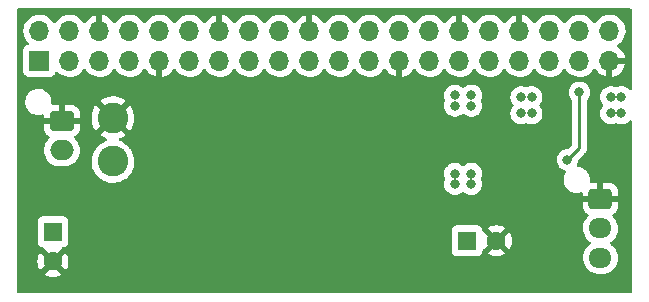
<source format=gbr>
%TF.GenerationSoftware,KiCad,Pcbnew,(6.0.1)*%
%TF.CreationDate,2023-01-01T20:52:33-08:00*%
%TF.ProjectId,RPi-Power R1,5250692d-506f-4776-9572-2052312e6b69,rev?*%
%TF.SameCoordinates,Original*%
%TF.FileFunction,Copper,L2,Bot*%
%TF.FilePolarity,Positive*%
%FSLAX46Y46*%
G04 Gerber Fmt 4.6, Leading zero omitted, Abs format (unit mm)*
G04 Created by KiCad (PCBNEW (6.0.1)) date 2023-01-01 20:52:33*
%MOMM*%
%LPD*%
G01*
G04 APERTURE LIST*
G04 Aperture macros list*
%AMRoundRect*
0 Rectangle with rounded corners*
0 $1 Rounding radius*
0 $2 $3 $4 $5 $6 $7 $8 $9 X,Y pos of 4 corners*
0 Add a 4 corners polygon primitive as box body*
4,1,4,$2,$3,$4,$5,$6,$7,$8,$9,$2,$3,0*
0 Add four circle primitives for the rounded corners*
1,1,$1+$1,$2,$3*
1,1,$1+$1,$4,$5*
1,1,$1+$1,$6,$7*
1,1,$1+$1,$8,$9*
0 Add four rect primitives between the rounded corners*
20,1,$1+$1,$2,$3,$4,$5,0*
20,1,$1+$1,$4,$5,$6,$7,0*
20,1,$1+$1,$6,$7,$8,$9,0*
20,1,$1+$1,$8,$9,$2,$3,0*%
G04 Aperture macros list end*
%TA.AperFunction,ComponentPad*%
%ADD10R,1.600000X1.600000*%
%TD*%
%TA.AperFunction,ComponentPad*%
%ADD11C,1.600000*%
%TD*%
%TA.AperFunction,ComponentPad*%
%ADD12RoundRect,0.250000X-0.725000X0.600000X-0.725000X-0.600000X0.725000X-0.600000X0.725000X0.600000X0*%
%TD*%
%TA.AperFunction,ComponentPad*%
%ADD13O,1.950000X1.700000*%
%TD*%
%TA.AperFunction,ComponentPad*%
%ADD14R,1.700000X1.700000*%
%TD*%
%TA.AperFunction,ComponentPad*%
%ADD15O,1.700000X1.700000*%
%TD*%
%TA.AperFunction,ComponentPad*%
%ADD16RoundRect,0.250000X-0.750000X0.600000X-0.750000X-0.600000X0.750000X-0.600000X0.750000X0.600000X0*%
%TD*%
%TA.AperFunction,ComponentPad*%
%ADD17O,2.000000X1.700000*%
%TD*%
%TA.AperFunction,ComponentPad*%
%ADD18C,2.600000*%
%TD*%
%TA.AperFunction,ViaPad*%
%ADD19C,0.800000*%
%TD*%
%TA.AperFunction,Conductor*%
%ADD20C,0.254000*%
%TD*%
G04 APERTURE END LIST*
D10*
%TO.P,C8,1*%
%TO.N,+5V*%
X38735000Y5080000D03*
D11*
%TO.P,C8,2*%
%TO.N,GND*%
X41235000Y5080000D03*
%TD*%
D12*
%TO.P,J7,1,Pin_1*%
%TO.N,GND*%
X50038000Y8636000D03*
D13*
%TO.P,J7,2,Pin_2*%
%TO.N,Net-(J2-Pad37)*%
X50038000Y6136000D03*
%TO.P,J7,3,Pin_3*%
%TO.N,+5V*%
X50038000Y3636000D03*
%TD*%
D14*
%TO.P,J2,1,3V3*%
%TO.N,+3V3*%
X2540000Y20320000D03*
D15*
%TO.P,J2,2,5V*%
%TO.N,+5V*%
X2540000Y22860000D03*
%TO.P,J2,3,SDA/GPIO2*%
%TO.N,unconnected-(J2-Pad3)*%
X5080000Y20320000D03*
%TO.P,J2,4,5V*%
%TO.N,+5V*%
X5080000Y22860000D03*
%TO.P,J2,5,SCL/GPIO3*%
%TO.N,unconnected-(J2-Pad5)*%
X7620000Y20320000D03*
%TO.P,J2,6,GND*%
%TO.N,GND*%
X7620000Y22860000D03*
%TO.P,J2,7,GCLK0/GPIO4*%
%TO.N,unconnected-(J2-Pad7)*%
X10160000Y20320000D03*
%TO.P,J2,8,GPIO14/TXD*%
%TO.N,unconnected-(J2-Pad8)*%
X10160000Y22860000D03*
%TO.P,J2,9,GND*%
%TO.N,GND*%
X12700000Y20320000D03*
%TO.P,J2,10,GPIO15/RXD*%
%TO.N,unconnected-(J2-Pad10)*%
X12700000Y22860000D03*
%TO.P,J2,11,GPIO17*%
%TO.N,unconnected-(J2-Pad11)*%
X15240000Y20320000D03*
%TO.P,J2,12,GPIO18/PWM0*%
%TO.N,unconnected-(J2-Pad12)*%
X15240000Y22860000D03*
%TO.P,J2,13,GPIO27*%
%TO.N,unconnected-(J2-Pad13)*%
X17780000Y20320000D03*
%TO.P,J2,14,GND*%
%TO.N,GND*%
X17780000Y22860000D03*
%TO.P,J2,15,GPIO22*%
%TO.N,unconnected-(J2-Pad15)*%
X20320000Y20320000D03*
%TO.P,J2,16,GPIO23*%
%TO.N,unconnected-(J2-Pad16)*%
X20320000Y22860000D03*
%TO.P,J2,17,3V3*%
%TO.N,+3V3*%
X22860000Y20320000D03*
%TO.P,J2,18,GPIO24*%
%TO.N,unconnected-(J2-Pad18)*%
X22860000Y22860000D03*
%TO.P,J2,19,MOSI0/GPIO10*%
%TO.N,unconnected-(J2-Pad19)*%
X25400000Y20320000D03*
%TO.P,J2,20,GND*%
%TO.N,GND*%
X25400000Y22860000D03*
%TO.P,J2,21,MISO0/GPIO9*%
%TO.N,Net-(J2-Pad21)*%
X27940000Y20320000D03*
%TO.P,J2,22,GPIO25*%
%TO.N,unconnected-(J2-Pad22)*%
X27940000Y22860000D03*
%TO.P,J2,23,SCLK0/GPIO11*%
%TO.N,Net-(J2-Pad23)*%
X30480000Y20320000D03*
%TO.P,J2,24,~{CE0}/GPIO8*%
%TO.N,unconnected-(J2-Pad24)*%
X30480000Y22860000D03*
%TO.P,J2,25,GND*%
%TO.N,GND*%
X33020000Y20320000D03*
%TO.P,J2,26,~{CE1}/GPIO7*%
%TO.N,unconnected-(J2-Pad26)*%
X33020000Y22860000D03*
%TO.P,J2,27,ID_SD/GPIO0*%
%TO.N,Net-(J2-Pad27)*%
X35560000Y20320000D03*
%TO.P,J2,28,ID_SC/GPIO1*%
%TO.N,Net-(J2-Pad28)*%
X35560000Y22860000D03*
%TO.P,J2,29,GCLK1/GPIO5*%
%TO.N,unconnected-(J2-Pad29)*%
X38100000Y20320000D03*
%TO.P,J2,30,GND*%
%TO.N,GND*%
X38100000Y22860000D03*
%TO.P,J2,31,GCLK2/GPIO6*%
%TO.N,unconnected-(J2-Pad31)*%
X40640000Y20320000D03*
%TO.P,J2,32,PWM0/GPIO12*%
%TO.N,unconnected-(J2-Pad32)*%
X40640000Y22860000D03*
%TO.P,J2,33,PWM1/GPIO13*%
%TO.N,unconnected-(J2-Pad33)*%
X43180000Y20320000D03*
%TO.P,J2,34,GND*%
%TO.N,GND*%
X43180000Y22860000D03*
%TO.P,J2,35,GPIO19/MISO1*%
%TO.N,Net-(J2-Pad35)*%
X45720000Y20320000D03*
%TO.P,J2,36,GPIO16*%
%TO.N,Net-(J2-Pad36)*%
X45720000Y22860000D03*
%TO.P,J2,37,GPIO26*%
%TO.N,Net-(J2-Pad37)*%
X48260000Y20320000D03*
%TO.P,J2,38,GPIO20/MOSI1*%
%TO.N,Net-(J2-Pad38)*%
X48260000Y22860000D03*
%TO.P,J2,39,GND*%
%TO.N,GND*%
X50800000Y20320000D03*
%TO.P,J2,40,GPIO21/SCLK1*%
%TO.N,Net-(J2-Pad40)*%
X50800000Y22860000D03*
%TD*%
D16*
%TO.P,J1,1,Pin_1*%
%TO.N,GND*%
X4445000Y15240000D03*
D17*
%TO.P,J1,2,Pin_2*%
%TO.N,VCC*%
X4445000Y12740000D03*
%TD*%
D18*
%TO.P,J4,1,Pin_1*%
%TO.N,GND*%
X8763000Y15494000D03*
%TD*%
%TO.P,J3,1,Pin_1*%
%TO.N,VCC*%
X8763000Y11811000D03*
%TD*%
D10*
%TO.P,C1,1*%
%TO.N,VCC*%
X3683000Y5842000D03*
D11*
%TO.P,C1,2*%
%TO.N,GND*%
X3683000Y3342000D03*
%TD*%
D19*
%TO.N,GND*%
X20828000Y14986000D03*
X20828000Y16256000D03*
X20828000Y13716000D03*
X14732000Y13716000D03*
X14732000Y14986000D03*
X14732000Y16256000D03*
%TO.N,*%
X37719000Y17399000D03*
X37719000Y16510000D03*
X39116000Y17399000D03*
X39116000Y16510000D03*
X39116000Y10766000D03*
X39116000Y9877000D03*
X37719000Y9877000D03*
X37719000Y10766000D03*
X43323000Y17259000D03*
X44212000Y17259000D03*
X44212000Y15862000D03*
X43323000Y15862000D03*
X50923000Y17259000D03*
X51812000Y17259000D03*
X51812000Y15862000D03*
X50923000Y15862000D03*
%TO.N,GND*%
X7493000Y3239988D03*
X7049500Y4559000D03*
X9017000Y2986000D03*
X51347000Y14042000D03*
X15747500Y9271000D03*
X15747500Y10541000D03*
X19682500Y9271000D03*
X19682500Y10541000D03*
X17717500Y5269500D03*
X35876500Y12256500D03*
X33020000Y14159500D03*
X34798000Y14159500D03*
X36081000Y2667000D03*
X33909000Y14224000D03*
X19812000Y3048000D03*
X19812000Y2032000D03*
X16002002Y3302000D03*
X35052000Y1523998D03*
X35052000Y2540001D03*
X40949000Y16819000D03*
X36322000Y3683000D03*
X34544000Y15367000D03*
%TO.N,Net-(J2-Pad37)*%
X47244000Y11938000D03*
X48260000Y17653000D03*
%TD*%
D20*
%TO.N,Net-(J2-Pad37)*%
X48260000Y12954000D02*
X47244000Y11938000D01*
X48260000Y17653000D02*
X48260000Y12954000D01*
%TD*%
%TA.AperFunction,Conductor*%
%TO.N,GND*%
G36*
X52647121Y24744998D02*
G01*
X52693614Y24691342D01*
X52705000Y24639000D01*
X52705000Y17953195D01*
X52684998Y17885074D01*
X52631342Y17838581D01*
X52561068Y17828477D01*
X52496488Y17857971D01*
X52485369Y17868879D01*
X52423253Y17937866D01*
X52324157Y18009864D01*
X52274094Y18046237D01*
X52274093Y18046238D01*
X52268752Y18050118D01*
X52262724Y18052802D01*
X52262722Y18052803D01*
X52100319Y18125109D01*
X52100318Y18125109D01*
X52094288Y18127794D01*
X52000888Y18147647D01*
X51913944Y18166128D01*
X51913939Y18166128D01*
X51907487Y18167500D01*
X51716513Y18167500D01*
X51710061Y18166128D01*
X51710056Y18166128D01*
X51623112Y18147647D01*
X51529712Y18127794D01*
X51418748Y18078390D01*
X51348382Y18068956D01*
X51316254Y18078389D01*
X51205288Y18127794D01*
X51111888Y18147647D01*
X51024944Y18166128D01*
X51024939Y18166128D01*
X51018487Y18167500D01*
X50827513Y18167500D01*
X50821061Y18166128D01*
X50821056Y18166128D01*
X50734112Y18147647D01*
X50640712Y18127794D01*
X50634682Y18125109D01*
X50634681Y18125109D01*
X50472278Y18052803D01*
X50472276Y18052802D01*
X50466248Y18050118D01*
X50460907Y18046238D01*
X50460906Y18046237D01*
X50410843Y18009864D01*
X50311747Y17937866D01*
X50307329Y17932959D01*
X50307325Y17932955D01*
X50210453Y17825367D01*
X50183960Y17795944D01*
X50170918Y17773354D01*
X50095001Y17641862D01*
X50088473Y17630556D01*
X50029458Y17448928D01*
X50028768Y17442367D01*
X50028768Y17442365D01*
X50011855Y17281444D01*
X50009496Y17259000D01*
X50010186Y17252435D01*
X50018537Y17172984D01*
X50029458Y17069072D01*
X50088473Y16887444D01*
X50183960Y16722056D01*
X50253515Y16644808D01*
X50284230Y16580803D01*
X50275467Y16510350D01*
X50253516Y16476194D01*
X50183960Y16398944D01*
X50142212Y16326635D01*
X50115303Y16280026D01*
X50088473Y16233556D01*
X50029458Y16051928D01*
X50028768Y16045367D01*
X50028768Y16045365D01*
X50016436Y15928032D01*
X50009496Y15862000D01*
X50029458Y15672072D01*
X50088473Y15490444D01*
X50183960Y15325056D01*
X50188378Y15320149D01*
X50188379Y15320148D01*
X50226589Y15277712D01*
X50311747Y15183134D01*
X50466248Y15070882D01*
X50472276Y15068198D01*
X50472278Y15068197D01*
X50634681Y14995891D01*
X50640712Y14993206D01*
X50734112Y14973353D01*
X50821056Y14954872D01*
X50821061Y14954872D01*
X50827513Y14953500D01*
X51018487Y14953500D01*
X51024939Y14954872D01*
X51024944Y14954872D01*
X51111888Y14973353D01*
X51205288Y14993206D01*
X51316252Y15042610D01*
X51386618Y15052044D01*
X51418746Y15042611D01*
X51529712Y14993206D01*
X51623112Y14973353D01*
X51710056Y14954872D01*
X51710061Y14954872D01*
X51716513Y14953500D01*
X51907487Y14953500D01*
X51913939Y14954872D01*
X51913944Y14954872D01*
X52000888Y14973353D01*
X52094288Y14993206D01*
X52100319Y14995891D01*
X52262722Y15068197D01*
X52262724Y15068198D01*
X52268752Y15070882D01*
X52423253Y15183134D01*
X52485365Y15252117D01*
X52545810Y15289355D01*
X52616794Y15288003D01*
X52675778Y15248489D01*
X52704036Y15183359D01*
X52705000Y15167805D01*
X52705000Y761000D01*
X52684998Y692879D01*
X52631342Y646386D01*
X52579000Y635000D01*
X761000Y635000D01*
X692879Y655002D01*
X646386Y708658D01*
X635000Y761000D01*
X635000Y2255938D01*
X2961493Y2255938D01*
X2970789Y2243923D01*
X3021994Y2208069D01*
X3031489Y2202586D01*
X3228947Y2110510D01*
X3239239Y2106764D01*
X3449688Y2050375D01*
X3460481Y2048472D01*
X3677525Y2029483D01*
X3688475Y2029483D01*
X3905519Y2048472D01*
X3916312Y2050375D01*
X4126761Y2106764D01*
X4137053Y2110510D01*
X4334511Y2202586D01*
X4344006Y2208069D01*
X4396048Y2244509D01*
X4404424Y2254988D01*
X4397356Y2268434D01*
X3695812Y2969978D01*
X3681868Y2977592D01*
X3680035Y2977461D01*
X3673420Y2973210D01*
X2967923Y2267713D01*
X2961493Y2255938D01*
X635000Y2255938D01*
X635000Y3336525D01*
X2370483Y3336525D01*
X2389472Y3119481D01*
X2391375Y3108688D01*
X2447764Y2898239D01*
X2451510Y2887947D01*
X2543586Y2690489D01*
X2549069Y2680994D01*
X2585509Y2628952D01*
X2595988Y2620576D01*
X2609434Y2627644D01*
X3310978Y3329188D01*
X3317356Y3340868D01*
X4047408Y3340868D01*
X4047539Y3339035D01*
X4051790Y3332420D01*
X4757287Y2626923D01*
X4769062Y2620493D01*
X4781077Y2629789D01*
X4816931Y2680994D01*
X4822414Y2690489D01*
X4914490Y2887947D01*
X4918236Y2898239D01*
X4974625Y3108688D01*
X4976528Y3119481D01*
X4995517Y3336525D01*
X4995517Y3347475D01*
X4976528Y3564519D01*
X4974625Y3575312D01*
X4941155Y3700226D01*
X48551102Y3700226D01*
X48559751Y3469842D01*
X48607093Y3244209D01*
X48691776Y3029779D01*
X48811377Y2832683D01*
X48814874Y2828653D01*
X48943006Y2680994D01*
X48962477Y2658555D01*
X48966608Y2655168D01*
X49136627Y2515760D01*
X49136633Y2515756D01*
X49140755Y2512376D01*
X49145391Y2509737D01*
X49145394Y2509735D01*
X49254422Y2447673D01*
X49341114Y2398325D01*
X49557825Y2319663D01*
X49563074Y2318714D01*
X49563077Y2318713D01*
X49780608Y2279377D01*
X49780615Y2279376D01*
X49784692Y2278639D01*
X49802414Y2277803D01*
X49807356Y2277570D01*
X49807363Y2277570D01*
X49808844Y2277500D01*
X50220890Y2277500D01*
X50287809Y2283178D01*
X50387409Y2291629D01*
X50387413Y2291630D01*
X50392720Y2292080D01*
X50397875Y2293418D01*
X50397881Y2293419D01*
X50610703Y2348657D01*
X50610707Y2348658D01*
X50615872Y2349999D01*
X50620738Y2352191D01*
X50620741Y2352192D01*
X50821202Y2442493D01*
X50826075Y2444688D01*
X51017319Y2573441D01*
X51073383Y2626923D01*
X51130063Y2680994D01*
X51184135Y2732576D01*
X51321754Y2917542D01*
X51352219Y2977461D01*
X51423822Y3118296D01*
X51426240Y3123051D01*
X51462321Y3239248D01*
X51493024Y3338129D01*
X51494607Y3343227D01*
X51496142Y3354812D01*
X51524198Y3566489D01*
X51524198Y3566494D01*
X51524898Y3571774D01*
X51516249Y3802158D01*
X51506524Y3848510D01*
X51470002Y4022572D01*
X51468907Y4027791D01*
X51466948Y4032752D01*
X51386185Y4237256D01*
X51386184Y4237258D01*
X51384224Y4242221D01*
X51347883Y4302110D01*
X51267390Y4434757D01*
X51264623Y4439317D01*
X51261126Y4443347D01*
X51117023Y4609412D01*
X51117021Y4609414D01*
X51113523Y4613445D01*
X51040454Y4673358D01*
X50939373Y4756240D01*
X50939367Y4756244D01*
X50935245Y4759624D01*
X50903750Y4777552D01*
X50854445Y4828632D01*
X50840583Y4898262D01*
X50866566Y4964333D01*
X50895716Y4991573D01*
X50931642Y5015760D01*
X51017319Y5073441D01*
X51025382Y5081132D01*
X51180278Y5228897D01*
X51184135Y5232576D01*
X51321754Y5417542D01*
X51335414Y5444408D01*
X51423822Y5618296D01*
X51426240Y5623051D01*
X51462321Y5739248D01*
X51493024Y5838129D01*
X51494607Y5843227D01*
X51505288Y5923814D01*
X51524198Y6066489D01*
X51524198Y6066494D01*
X51524898Y6071774D01*
X51523152Y6118297D01*
X51516449Y6296827D01*
X51516249Y6302158D01*
X51468907Y6527791D01*
X51384224Y6742221D01*
X51373609Y6759715D01*
X51267390Y6934757D01*
X51264623Y6939317D01*
X51261126Y6943347D01*
X51117023Y7109412D01*
X51117021Y7109414D01*
X51113523Y7113445D01*
X51077471Y7143006D01*
X51037476Y7201666D01*
X51035545Y7272636D01*
X51072290Y7333384D01*
X51091059Y7347584D01*
X51230807Y7434063D01*
X51242208Y7443099D01*
X51356739Y7557829D01*
X51365751Y7569240D01*
X51450816Y7707243D01*
X51456963Y7720424D01*
X51508138Y7874710D01*
X51511005Y7888086D01*
X51520672Y7982438D01*
X51521000Y7988855D01*
X51521000Y8363885D01*
X51516525Y8379124D01*
X51515135Y8380329D01*
X51507452Y8382000D01*
X48573116Y8382000D01*
X48557877Y8377525D01*
X48556672Y8376135D01*
X48555001Y8368452D01*
X48555001Y7988905D01*
X48555338Y7982386D01*
X48565257Y7886794D01*
X48568149Y7873400D01*
X48619588Y7719216D01*
X48625761Y7706038D01*
X48711063Y7568193D01*
X48720099Y7556792D01*
X48834829Y7442261D01*
X48846243Y7433247D01*
X48985713Y7347277D01*
X49033207Y7294505D01*
X49044631Y7224434D01*
X49016357Y7159310D01*
X49006574Y7148851D01*
X48891865Y7039424D01*
X48888682Y7035146D01*
X48866447Y7005261D01*
X48754246Y6854458D01*
X48649760Y6648949D01*
X48648178Y6643855D01*
X48648177Y6643852D01*
X48586115Y6443980D01*
X48581393Y6428773D01*
X48580692Y6423484D01*
X48556806Y6243261D01*
X48551102Y6200226D01*
X48551302Y6194897D01*
X48551302Y6194895D01*
X48552827Y6154287D01*
X48559751Y5969842D01*
X48607093Y5744209D01*
X48691776Y5529779D01*
X48811377Y5332683D01*
X48814874Y5328653D01*
X48901438Y5228897D01*
X48962477Y5158555D01*
X48966608Y5155168D01*
X49136627Y5015760D01*
X49136633Y5015756D01*
X49140755Y5012376D01*
X49172250Y4994448D01*
X49221555Y4943368D01*
X49235417Y4873738D01*
X49209434Y4807667D01*
X49180284Y4780427D01*
X49058681Y4698559D01*
X49054824Y4694880D01*
X49054822Y4694878D01*
X48993353Y4636239D01*
X48891865Y4539424D01*
X48754246Y4354458D01*
X48751830Y4349707D01*
X48751828Y4349703D01*
X48727631Y4302110D01*
X48649760Y4148949D01*
X48648178Y4143855D01*
X48648177Y4143852D01*
X48605284Y4005713D01*
X48581393Y3928773D01*
X48580692Y3923484D01*
X48551939Y3706539D01*
X48551102Y3700226D01*
X4941155Y3700226D01*
X4918236Y3785761D01*
X4914490Y3796053D01*
X4822414Y3993511D01*
X4816931Y4003006D01*
X4780491Y4055048D01*
X4770012Y4063424D01*
X4756566Y4056356D01*
X4055022Y3354812D01*
X4047408Y3340868D01*
X3317356Y3340868D01*
X3318592Y3343132D01*
X3318461Y3344965D01*
X3314210Y3351580D01*
X2608713Y4057077D01*
X2596938Y4063507D01*
X2584923Y4054211D01*
X2549069Y4003006D01*
X2543586Y3993511D01*
X2451510Y3796053D01*
X2447764Y3785761D01*
X2391375Y3575312D01*
X2389472Y3564519D01*
X2370483Y3347475D01*
X2370483Y3336525D01*
X635000Y3336525D01*
X635000Y4993866D01*
X2374500Y4993866D01*
X2381255Y4931684D01*
X2432385Y4795295D01*
X2519739Y4678739D01*
X2636295Y4591385D01*
X2772684Y4540255D01*
X2816252Y4535522D01*
X2831486Y4533867D01*
X2831489Y4533867D01*
X2834866Y4533500D01*
X2838185Y4533500D01*
X2905110Y4509847D01*
X2940804Y4463844D01*
X2942734Y4464859D01*
X2948442Y4454000D01*
X2948632Y4453755D01*
X2948653Y4453597D01*
X2968644Y4415566D01*
X3670188Y3714022D01*
X3684132Y3706408D01*
X3685965Y3706539D01*
X3692580Y3710790D01*
X4213656Y4231866D01*
X37426500Y4231866D01*
X37433255Y4169684D01*
X37484385Y4033295D01*
X37571739Y3916739D01*
X37688295Y3829385D01*
X37824684Y3778255D01*
X37886866Y3771500D01*
X39583134Y3771500D01*
X39645316Y3778255D01*
X39781705Y3829385D01*
X39898261Y3916739D01*
X39956119Y3993938D01*
X40513493Y3993938D01*
X40522789Y3981923D01*
X40573994Y3946069D01*
X40583489Y3940586D01*
X40780947Y3848510D01*
X40791239Y3844764D01*
X41001688Y3788375D01*
X41012481Y3786472D01*
X41229525Y3767483D01*
X41240475Y3767483D01*
X41457519Y3786472D01*
X41468312Y3788375D01*
X41678761Y3844764D01*
X41689053Y3848510D01*
X41886511Y3940586D01*
X41896006Y3946069D01*
X41948048Y3982509D01*
X41956424Y3992988D01*
X41949356Y4006434D01*
X41247812Y4707978D01*
X41233868Y4715592D01*
X41232035Y4715461D01*
X41225420Y4711210D01*
X40519923Y4005713D01*
X40513493Y3993938D01*
X39956119Y3993938D01*
X39985615Y4033295D01*
X40036745Y4169684D01*
X40043500Y4231866D01*
X40043500Y4235185D01*
X40067153Y4302110D01*
X40113156Y4337804D01*
X40112141Y4339734D01*
X40123000Y4345442D01*
X40123245Y4345632D01*
X40123403Y4345653D01*
X40161434Y4365644D01*
X40862978Y5067188D01*
X40869356Y5078868D01*
X41599408Y5078868D01*
X41599539Y5077035D01*
X41603790Y5070420D01*
X42309287Y4364923D01*
X42321062Y4358493D01*
X42333077Y4367789D01*
X42368931Y4418994D01*
X42374414Y4428489D01*
X42466490Y4625947D01*
X42470236Y4636239D01*
X42526625Y4846688D01*
X42528528Y4857481D01*
X42547517Y5074525D01*
X42547517Y5085475D01*
X42528528Y5302519D01*
X42526625Y5313312D01*
X42470236Y5523761D01*
X42466490Y5534053D01*
X42374414Y5731511D01*
X42368931Y5741006D01*
X42332491Y5793048D01*
X42322012Y5801424D01*
X42308566Y5794356D01*
X41607022Y5092812D01*
X41599408Y5078868D01*
X40869356Y5078868D01*
X40870592Y5081132D01*
X40870461Y5082965D01*
X40866210Y5089580D01*
X40160713Y5795077D01*
X40118971Y5817871D01*
X40108971Y5820047D01*
X40058773Y5870253D01*
X40043549Y5923814D01*
X40043500Y5924719D01*
X40043500Y5928134D01*
X40036745Y5990316D01*
X39985615Y6126705D01*
X39955407Y6167012D01*
X40513576Y6167012D01*
X40520644Y6153566D01*
X41222188Y5452022D01*
X41236132Y5444408D01*
X41237965Y5444539D01*
X41244580Y5448790D01*
X41950077Y6154287D01*
X41956507Y6166062D01*
X41947211Y6178077D01*
X41896006Y6213931D01*
X41886511Y6219414D01*
X41689053Y6311490D01*
X41678761Y6315236D01*
X41468312Y6371625D01*
X41457519Y6373528D01*
X41240475Y6392517D01*
X41229525Y6392517D01*
X41012481Y6373528D01*
X41001688Y6371625D01*
X40791239Y6315236D01*
X40780947Y6311490D01*
X40583489Y6219414D01*
X40573994Y6213931D01*
X40521952Y6177491D01*
X40513576Y6167012D01*
X39955407Y6167012D01*
X39898261Y6243261D01*
X39781705Y6330615D01*
X39645316Y6381745D01*
X39583134Y6388500D01*
X37886866Y6388500D01*
X37824684Y6381745D01*
X37688295Y6330615D01*
X37571739Y6243261D01*
X37484385Y6126705D01*
X37433255Y5990316D01*
X37426500Y5928134D01*
X37426500Y4231866D01*
X4213656Y4231866D01*
X4398077Y4416287D01*
X4420871Y4458029D01*
X4423047Y4468029D01*
X4473253Y4518227D01*
X4526814Y4533451D01*
X4527719Y4533500D01*
X4531134Y4533500D01*
X4534530Y4533869D01*
X4534532Y4533869D01*
X4546879Y4535210D01*
X4593316Y4540255D01*
X4729705Y4591385D01*
X4846261Y4678739D01*
X4933615Y4795295D01*
X4984745Y4931684D01*
X4991500Y4993866D01*
X4991500Y6690134D01*
X4984745Y6752316D01*
X4933615Y6888705D01*
X4846261Y7005261D01*
X4729705Y7092615D01*
X4593316Y7143745D01*
X4531134Y7150500D01*
X2834866Y7150500D01*
X2772684Y7143745D01*
X2636295Y7092615D01*
X2519739Y7005261D01*
X2432385Y6888705D01*
X2381255Y6752316D01*
X2374500Y6690134D01*
X2374500Y4993866D01*
X635000Y4993866D01*
X635000Y9877000D01*
X36805496Y9877000D01*
X36825458Y9687072D01*
X36884473Y9505444D01*
X36979960Y9340056D01*
X37107747Y9198134D01*
X37262248Y9085882D01*
X37268276Y9083198D01*
X37268278Y9083197D01*
X37430681Y9010891D01*
X37436712Y9008206D01*
X37530112Y8988353D01*
X37617056Y8969872D01*
X37617061Y8969872D01*
X37623513Y8968500D01*
X37814487Y8968500D01*
X37820939Y8969872D01*
X37820944Y8969872D01*
X37907887Y8988353D01*
X38001288Y9008206D01*
X38007319Y9010891D01*
X38169722Y9083197D01*
X38169724Y9083198D01*
X38175752Y9085882D01*
X38233125Y9127566D01*
X38324909Y9194251D01*
X38324911Y9194253D01*
X38330253Y9198134D01*
X38333683Y9201944D01*
X38397196Y9232424D01*
X38467649Y9223661D01*
X38501145Y9202135D01*
X38504747Y9198134D01*
X38510089Y9194253D01*
X38510091Y9194251D01*
X38601875Y9127566D01*
X38659248Y9085882D01*
X38665276Y9083198D01*
X38665278Y9083197D01*
X38827681Y9010891D01*
X38833712Y9008206D01*
X38927112Y8988353D01*
X39014056Y8969872D01*
X39014061Y8969872D01*
X39020513Y8968500D01*
X39211487Y8968500D01*
X39217939Y8969872D01*
X39217944Y8969872D01*
X39304887Y8988353D01*
X39398288Y9008206D01*
X39404319Y9010891D01*
X39566722Y9083197D01*
X39566724Y9083198D01*
X39572752Y9085882D01*
X39727253Y9198134D01*
X39855040Y9340056D01*
X39950527Y9505444D01*
X40009542Y9687072D01*
X40029504Y9877000D01*
X40028814Y9883565D01*
X40010232Y10060365D01*
X40010232Y10060367D01*
X40009542Y10066928D01*
X39950527Y10248556D01*
X39944785Y10258502D01*
X39928048Y10327497D01*
X39944785Y10384499D01*
X39950527Y10394444D01*
X40009542Y10576072D01*
X40022520Y10699546D01*
X40028814Y10759435D01*
X40029504Y10766000D01*
X40026354Y10795974D01*
X40010232Y10949365D01*
X40010232Y10949367D01*
X40009542Y10955928D01*
X39950527Y11137556D01*
X39855040Y11302944D01*
X39829850Y11330921D01*
X39731675Y11439955D01*
X39731674Y11439956D01*
X39727253Y11444866D01*
X39584355Y11548688D01*
X39578094Y11553237D01*
X39578093Y11553238D01*
X39572752Y11557118D01*
X39566724Y11559802D01*
X39566722Y11559803D01*
X39404319Y11632109D01*
X39404318Y11632109D01*
X39398288Y11634794D01*
X39304888Y11654647D01*
X39217944Y11673128D01*
X39217939Y11673128D01*
X39211487Y11674500D01*
X39020513Y11674500D01*
X39014061Y11673128D01*
X39014056Y11673128D01*
X38927113Y11654647D01*
X38833712Y11634794D01*
X38827682Y11632109D01*
X38827681Y11632109D01*
X38665278Y11559803D01*
X38665276Y11559802D01*
X38659248Y11557118D01*
X38653907Y11553238D01*
X38653906Y11553237D01*
X38511032Y11449432D01*
X38504747Y11444866D01*
X38501317Y11441056D01*
X38437804Y11410576D01*
X38367351Y11419339D01*
X38333855Y11440865D01*
X38330253Y11444866D01*
X38323969Y11449432D01*
X38181094Y11553237D01*
X38181093Y11553238D01*
X38175752Y11557118D01*
X38169724Y11559802D01*
X38169722Y11559803D01*
X38007319Y11632109D01*
X38007318Y11632109D01*
X38001288Y11634794D01*
X37907888Y11654647D01*
X37820944Y11673128D01*
X37820939Y11673128D01*
X37814487Y11674500D01*
X37623513Y11674500D01*
X37617061Y11673128D01*
X37617056Y11673128D01*
X37530113Y11654647D01*
X37436712Y11634794D01*
X37430682Y11632109D01*
X37430681Y11632109D01*
X37268278Y11559803D01*
X37268276Y11559802D01*
X37262248Y11557118D01*
X37256907Y11553238D01*
X37256906Y11553237D01*
X37250645Y11548688D01*
X37107747Y11444866D01*
X37103326Y11439956D01*
X37103325Y11439955D01*
X37005151Y11330921D01*
X36979960Y11302944D01*
X36884473Y11137556D01*
X36825458Y10955928D01*
X36824768Y10949367D01*
X36824768Y10949365D01*
X36808646Y10795974D01*
X36805496Y10766000D01*
X36806186Y10759435D01*
X36812481Y10699546D01*
X36825458Y10576072D01*
X36884473Y10394444D01*
X36890215Y10384499D01*
X36906952Y10315503D01*
X36890215Y10258502D01*
X36884473Y10248556D01*
X36825458Y10066928D01*
X36824768Y10060367D01*
X36824768Y10060365D01*
X36806186Y9883565D01*
X36805496Y9877000D01*
X635000Y9877000D01*
X635000Y12804226D01*
X2933102Y12804226D01*
X2933302Y12798897D01*
X2933302Y12798895D01*
X2937426Y12689034D01*
X2941751Y12573842D01*
X2942846Y12568623D01*
X2949683Y12536040D01*
X2989093Y12348209D01*
X3073776Y12133779D01*
X3076543Y12129220D01*
X3076544Y12129217D01*
X3109803Y12074408D01*
X3193377Y11936683D01*
X3196874Y11932653D01*
X3302439Y11811000D01*
X3344477Y11762555D01*
X3348608Y11759168D01*
X3518627Y11619760D01*
X3518633Y11619756D01*
X3522755Y11616376D01*
X3527391Y11613737D01*
X3527394Y11613735D01*
X3626856Y11557118D01*
X3723114Y11502325D01*
X3939825Y11423663D01*
X3945074Y11422714D01*
X3945077Y11422713D01*
X4162608Y11383377D01*
X4162615Y11383376D01*
X4166692Y11382639D01*
X4184414Y11381803D01*
X4189356Y11381570D01*
X4189363Y11381570D01*
X4190844Y11381500D01*
X4652890Y11381500D01*
X4719809Y11387178D01*
X4819409Y11395629D01*
X4819413Y11395630D01*
X4824720Y11396080D01*
X4829875Y11397418D01*
X4829881Y11397419D01*
X5042703Y11452657D01*
X5042707Y11452658D01*
X5047872Y11453999D01*
X5052738Y11456191D01*
X5052741Y11456192D01*
X5253202Y11546493D01*
X5258075Y11548688D01*
X5449319Y11677441D01*
X5616135Y11836576D01*
X5632428Y11858474D01*
X6950050Y11858474D01*
X6950274Y11853808D01*
X6950274Y11853803D01*
X6952179Y11814149D01*
X6962947Y11589981D01*
X7015388Y11326344D01*
X7106220Y11073354D01*
X7108432Y11069238D01*
X7108433Y11069235D01*
X7117298Y11052737D01*
X7233450Y10836569D01*
X7236241Y10832832D01*
X7236245Y10832825D01*
X7335770Y10699546D01*
X7394281Y10621190D01*
X7397590Y10617910D01*
X7397595Y10617904D01*
X7581863Y10435238D01*
X7585180Y10431950D01*
X7588942Y10429192D01*
X7588945Y10429189D01*
X7798183Y10275770D01*
X7801954Y10273005D01*
X7806089Y10270829D01*
X7806093Y10270827D01*
X7975677Y10181604D01*
X8039840Y10147846D01*
X8067806Y10138080D01*
X8236697Y10079101D01*
X8293613Y10059225D01*
X8298206Y10058353D01*
X8553109Y10009958D01*
X8553112Y10009958D01*
X8557698Y10009087D01*
X8685370Y10004071D01*
X8821625Y9998717D01*
X8821630Y9998717D01*
X8826293Y9998534D01*
X8930607Y10009958D01*
X9088844Y10027287D01*
X9088850Y10027288D01*
X9093497Y10027797D01*
X9098021Y10028988D01*
X9348918Y10095044D01*
X9348920Y10095045D01*
X9353441Y10096235D01*
X9450838Y10138080D01*
X9596120Y10200498D01*
X9596122Y10200499D01*
X9600414Y10202343D01*
X9802661Y10327497D01*
X9825017Y10341331D01*
X9825021Y10341334D01*
X9828990Y10343790D01*
X10034149Y10517470D01*
X10211382Y10719566D01*
X10241250Y10766000D01*
X10354269Y10941709D01*
X10356797Y10945639D01*
X10467199Y11190722D01*
X10504209Y11321949D01*
X10538893Y11444928D01*
X10538894Y11444931D01*
X10540163Y11449432D01*
X10558043Y11589981D01*
X10573688Y11712955D01*
X10573688Y11712959D01*
X10574086Y11716085D01*
X10574924Y11748072D01*
X10576488Y11807840D01*
X10576571Y11811000D01*
X10567133Y11938000D01*
X46330496Y11938000D01*
X46350458Y11748072D01*
X46409473Y11566444D01*
X46504960Y11401056D01*
X46509378Y11396149D01*
X46509379Y11396148D01*
X46554986Y11345496D01*
X46632747Y11259134D01*
X46787248Y11146882D01*
X46793276Y11144198D01*
X46793278Y11144197D01*
X46952395Y11073354D01*
X46961712Y11069206D01*
X46968173Y11067833D01*
X46968178Y11067831D01*
X47039186Y11052737D01*
X47101660Y11019009D01*
X47135981Y10956859D01*
X47131253Y10886020D01*
X47122058Y10866406D01*
X47025527Y10699546D01*
X46956139Y10499729D01*
X46955278Y10493794D01*
X46955278Y10493792D01*
X46941785Y10400729D01*
X46925787Y10290396D01*
X46935567Y10079101D01*
X46936971Y10073276D01*
X46936971Y10073275D01*
X46972991Y9923816D01*
X46985125Y9873466D01*
X46987607Y9868008D01*
X46987608Y9868004D01*
X47031053Y9772454D01*
X47072674Y9680913D01*
X47195054Y9508389D01*
X47347850Y9362119D01*
X47525548Y9247380D01*
X47531114Y9245137D01*
X47716168Y9170558D01*
X47716171Y9170557D01*
X47721737Y9168314D01*
X47929337Y9127772D01*
X47934899Y9127500D01*
X48090846Y9127500D01*
X48248566Y9142548D01*
X48393531Y9185076D01*
X48464527Y9185059D01*
X48524244Y9146661D01*
X48553722Y9082073D01*
X48555000Y9064171D01*
X48555000Y8908115D01*
X48559475Y8892876D01*
X48560865Y8891671D01*
X48568548Y8890000D01*
X49765885Y8890000D01*
X49781124Y8894475D01*
X49782329Y8895865D01*
X49784000Y8903548D01*
X49784000Y8908115D01*
X50292000Y8908115D01*
X50296475Y8892876D01*
X50297865Y8891671D01*
X50305548Y8890000D01*
X51502884Y8890000D01*
X51518123Y8894475D01*
X51519328Y8895865D01*
X51520999Y8903548D01*
X51520999Y9283095D01*
X51520662Y9289614D01*
X51510743Y9385206D01*
X51507851Y9398600D01*
X51456412Y9552784D01*
X51450239Y9565962D01*
X51364937Y9703807D01*
X51355901Y9715208D01*
X51241171Y9829739D01*
X51229760Y9838751D01*
X51091757Y9923816D01*
X51078576Y9929963D01*
X50924290Y9981138D01*
X50910914Y9984005D01*
X50816562Y9993672D01*
X50810145Y9994000D01*
X50310115Y9994000D01*
X50294876Y9989525D01*
X50293671Y9988135D01*
X50292000Y9980452D01*
X50292000Y8908115D01*
X49784000Y8908115D01*
X49784000Y9975884D01*
X49779525Y9991123D01*
X49778135Y9992328D01*
X49770452Y9993999D01*
X49268598Y9993999D01*
X49200477Y10014001D01*
X49153984Y10067657D01*
X49143902Y10138080D01*
X49145095Y10146303D01*
X49150213Y10181604D01*
X49140433Y10392899D01*
X49108819Y10524077D01*
X49092281Y10592701D01*
X49092280Y10592703D01*
X49090875Y10598534D01*
X49078875Y10624928D01*
X49005806Y10785632D01*
X49003326Y10791087D01*
X48896482Y10941709D01*
X48884412Y10958725D01*
X48884411Y10958726D01*
X48880946Y10963611D01*
X48728150Y11109881D01*
X48550452Y11224620D01*
X48464811Y11259134D01*
X48359832Y11301442D01*
X48359829Y11301443D01*
X48354263Y11303686D01*
X48146663Y11344228D01*
X48146911Y11345496D01*
X48086962Y11371296D01*
X48047275Y11430165D01*
X48045715Y11501144D01*
X48058243Y11531311D01*
X48075223Y11560721D01*
X48075224Y11560722D01*
X48078527Y11566444D01*
X48137542Y11748072D01*
X48154575Y11910132D01*
X48181588Y11975789D01*
X48190790Y11986058D01*
X48653488Y12448755D01*
X48661807Y12456325D01*
X48668303Y12460447D01*
X48686526Y12479852D01*
X48715085Y12510265D01*
X48717840Y12513107D01*
X48737639Y12532906D01*
X48740063Y12536031D01*
X48740071Y12536040D01*
X48740137Y12536126D01*
X48747845Y12545151D01*
X48778217Y12577494D01*
X48783668Y12587408D01*
X48788022Y12595329D01*
X48798873Y12611847D01*
X48811350Y12627933D01*
X48828976Y12668666D01*
X48834193Y12679314D01*
X48851749Y12711249D01*
X48855569Y12718197D01*
X48857540Y12725872D01*
X48857542Y12725878D01*
X48860631Y12737911D01*
X48867034Y12756613D01*
X48875117Y12775292D01*
X48882060Y12819127D01*
X48884467Y12830749D01*
X48888159Y12845128D01*
X48895500Y12873718D01*
X48895500Y12894065D01*
X48897051Y12913776D01*
X48898995Y12926050D01*
X48900235Y12933879D01*
X48896059Y12978056D01*
X48895500Y12989914D01*
X48895500Y16952697D01*
X48915502Y17020818D01*
X48927864Y17037007D01*
X48994621Y17111148D01*
X48994622Y17111149D01*
X48999040Y17116056D01*
X49079577Y17255550D01*
X49091223Y17275721D01*
X49091224Y17275722D01*
X49094527Y17281444D01*
X49153542Y17463072D01*
X49170485Y17624271D01*
X49172814Y17646435D01*
X49173504Y17653000D01*
X49161149Y17770556D01*
X49154232Y17836365D01*
X49154232Y17836367D01*
X49153542Y17842928D01*
X49094527Y18024556D01*
X49082010Y18046237D01*
X49057314Y18089010D01*
X48999040Y18189944D01*
X48871253Y18331866D01*
X48716752Y18444118D01*
X48710724Y18446802D01*
X48710722Y18446803D01*
X48548319Y18519109D01*
X48548318Y18519109D01*
X48542288Y18521794D01*
X48448888Y18541647D01*
X48361944Y18560128D01*
X48361939Y18560128D01*
X48355487Y18561500D01*
X48164513Y18561500D01*
X48158061Y18560128D01*
X48158056Y18560128D01*
X48071112Y18541647D01*
X47977712Y18521794D01*
X47971682Y18519109D01*
X47971681Y18519109D01*
X47809278Y18446803D01*
X47809276Y18446802D01*
X47803248Y18444118D01*
X47648747Y18331866D01*
X47520960Y18189944D01*
X47462686Y18089010D01*
X47437991Y18046237D01*
X47425473Y18024556D01*
X47366458Y17842928D01*
X47365768Y17836367D01*
X47365768Y17836365D01*
X47358851Y17770556D01*
X47346496Y17653000D01*
X47347186Y17646435D01*
X47349516Y17624271D01*
X47366458Y17463072D01*
X47425473Y17281444D01*
X47428776Y17275722D01*
X47428777Y17275721D01*
X47440423Y17255550D01*
X47520960Y17116056D01*
X47525378Y17111149D01*
X47525379Y17111148D01*
X47592136Y17037007D01*
X47622854Y16973000D01*
X47624500Y16952697D01*
X47624500Y13269423D01*
X47604498Y13201302D01*
X47587595Y13180327D01*
X47290671Y12883404D01*
X47228359Y12849379D01*
X47201576Y12846500D01*
X47148513Y12846500D01*
X47142061Y12845128D01*
X47142056Y12845128D01*
X47065265Y12828805D01*
X46961712Y12806794D01*
X46955682Y12804109D01*
X46955681Y12804109D01*
X46793278Y12731803D01*
X46793276Y12731802D01*
X46787248Y12729118D01*
X46781907Y12725238D01*
X46781906Y12725237D01*
X46731843Y12688864D01*
X46632747Y12616866D01*
X46628326Y12611956D01*
X46628325Y12611955D01*
X46554623Y12530100D01*
X46504960Y12474944D01*
X46501659Y12469226D01*
X46434803Y12353428D01*
X46409473Y12309556D01*
X46350458Y12127928D01*
X46349768Y12121367D01*
X46349768Y12121365D01*
X46338826Y12017260D01*
X46330496Y11938000D01*
X10567133Y11938000D01*
X10556650Y12079063D01*
X10547101Y12121265D01*
X10498361Y12336669D01*
X10498360Y12336674D01*
X10497327Y12341237D01*
X10399902Y12591762D01*
X10266518Y12825136D01*
X10247407Y12849379D01*
X10145966Y12978056D01*
X10100105Y13036231D01*
X9904317Y13220409D01*
X9683457Y13373626D01*
X9679264Y13375694D01*
X9446564Y13490449D01*
X9446561Y13490450D01*
X9442376Y13492514D01*
X9394745Y13507761D01*
X9321580Y13531181D01*
X9262800Y13570999D01*
X9234878Y13636274D01*
X9246679Y13706283D01*
X9294457Y13758798D01*
X9327913Y13773031D01*
X9348758Y13778519D01*
X9357574Y13781555D01*
X9595880Y13883938D01*
X9604167Y13888252D01*
X9824718Y14024734D01*
X9832268Y14030220D01*
X9837559Y14034699D01*
X9845997Y14047503D01*
X9839935Y14057855D01*
X8775812Y15121978D01*
X8761868Y15129592D01*
X8760035Y15129461D01*
X8753420Y15125210D01*
X7689497Y14061287D01*
X7682839Y14049094D01*
X7691553Y14037573D01*
X7798452Y13959191D01*
X7806351Y13954255D01*
X8035905Y13833481D01*
X8044454Y13829764D01*
X8210319Y13771842D01*
X8268037Y13730500D01*
X8294240Y13664516D01*
X8280611Y13594840D01*
X8231475Y13543593D01*
X8204036Y13531921D01*
X8127874Y13509722D01*
X7883763Y13397185D01*
X7879854Y13394622D01*
X7662881Y13252369D01*
X7662876Y13252365D01*
X7658968Y13249803D01*
X7458426Y13070812D01*
X7286544Y12864146D01*
X7252574Y12808166D01*
X7197980Y12718197D01*
X7147096Y12634344D01*
X7145287Y12630030D01*
X7145285Y12630026D01*
X7069272Y12448755D01*
X7043148Y12386455D01*
X6976981Y12125923D01*
X6950050Y11858474D01*
X5632428Y11858474D01*
X5753754Y12021542D01*
X5780633Y12074408D01*
X5855822Y12222296D01*
X5858240Y12227051D01*
X5894321Y12343248D01*
X5925024Y12442129D01*
X5926607Y12447227D01*
X5938378Y12536040D01*
X5956198Y12670489D01*
X5956198Y12670494D01*
X5956898Y12675774D01*
X5948249Y12906158D01*
X5900907Y13131791D01*
X5816224Y13346221D01*
X5801212Y13370961D01*
X5699390Y13538757D01*
X5696623Y13543317D01*
X5629050Y13621188D01*
X5549023Y13713412D01*
X5549021Y13713414D01*
X5545523Y13717445D01*
X5509471Y13747006D01*
X5469476Y13805666D01*
X5467545Y13876636D01*
X5504290Y13937384D01*
X5523059Y13951584D01*
X5662807Y14038063D01*
X5674208Y14047099D01*
X5788739Y14161829D01*
X5797751Y14173240D01*
X5882816Y14311243D01*
X5888963Y14324424D01*
X5940138Y14478710D01*
X5943005Y14492086D01*
X5952672Y14586438D01*
X5953000Y14592855D01*
X5953000Y14967885D01*
X5948525Y14983124D01*
X5947135Y14984329D01*
X5939452Y14986000D01*
X2955116Y14986000D01*
X2939877Y14981525D01*
X2938672Y14980135D01*
X2937001Y14972452D01*
X2937001Y14592905D01*
X2937338Y14586386D01*
X2947257Y14490794D01*
X2950149Y14477400D01*
X3001588Y14323216D01*
X3007761Y14310038D01*
X3093063Y14172193D01*
X3102099Y14160792D01*
X3216829Y14046261D01*
X3228243Y14037247D01*
X3367713Y13951277D01*
X3415207Y13898505D01*
X3426631Y13828434D01*
X3398357Y13763310D01*
X3388574Y13752851D01*
X3273865Y13643424D01*
X3136246Y13458458D01*
X3031760Y13252949D01*
X3030178Y13247855D01*
X3030177Y13247852D01*
X2974087Y13067213D01*
X2963393Y13032773D01*
X2962692Y13027484D01*
X2935077Y12819127D01*
X2933102Y12804226D01*
X635000Y12804226D01*
X635000Y16894396D01*
X1332787Y16894396D01*
X1342567Y16683101D01*
X1343971Y16677276D01*
X1343971Y16677275D01*
X1379991Y16527816D01*
X1392125Y16477466D01*
X1394607Y16472008D01*
X1394608Y16472004D01*
X1413035Y16431477D01*
X1479674Y16284913D01*
X1602054Y16112389D01*
X1754850Y15966119D01*
X1932548Y15851380D01*
X1938114Y15849137D01*
X2123168Y15774558D01*
X2123171Y15774557D01*
X2128737Y15772314D01*
X2336337Y15731772D01*
X2341899Y15731500D01*
X2497846Y15731500D01*
X2655566Y15746548D01*
X2775532Y15781742D01*
X2846527Y15781725D01*
X2906244Y15743327D01*
X2935722Y15678739D01*
X2937000Y15660837D01*
X2937000Y15512115D01*
X2941475Y15496876D01*
X2942865Y15495671D01*
X2950548Y15494000D01*
X4172885Y15494000D01*
X4188124Y15498475D01*
X4189329Y15499865D01*
X4191000Y15507548D01*
X4191000Y15512115D01*
X4699000Y15512115D01*
X4703475Y15496876D01*
X4704865Y15495671D01*
X4712548Y15494000D01*
X5934884Y15494000D01*
X5950123Y15498475D01*
X5951328Y15499865D01*
X5952999Y15507548D01*
X5952999Y15536789D01*
X6950775Y15536789D01*
X6963220Y15277712D01*
X6964356Y15268457D01*
X7014961Y15014055D01*
X7017449Y15005083D01*
X7105095Y14760967D01*
X7108895Y14752432D01*
X7231658Y14523958D01*
X7236666Y14516096D01*
X7306720Y14422284D01*
X7317979Y14413835D01*
X7330397Y14420607D01*
X8390978Y15481188D01*
X8397356Y15492868D01*
X9127408Y15492868D01*
X9127539Y15491035D01*
X9131790Y15484420D01*
X10199094Y14417116D01*
X10211474Y14410356D01*
X10219815Y14416600D01*
X10353832Y14624952D01*
X10358275Y14633136D01*
X10464807Y14869630D01*
X10467997Y14878395D01*
X10538402Y15128028D01*
X10540262Y15137170D01*
X10573187Y15395981D01*
X10573668Y15402267D01*
X10575987Y15490840D01*
X10575836Y15497149D01*
X10556501Y15757337D01*
X10555125Y15766543D01*
X10497878Y16019533D01*
X10495154Y16028444D01*
X10401143Y16270194D01*
X10397132Y16278603D01*
X10268422Y16503798D01*
X10264239Y16510000D01*
X36805496Y16510000D01*
X36825458Y16320072D01*
X36884473Y16138444D01*
X36979960Y15973056D01*
X36984378Y15968149D01*
X36984379Y15968148D01*
X37074044Y15868565D01*
X37107747Y15831134D01*
X37190288Y15771164D01*
X37244507Y15731772D01*
X37262248Y15718882D01*
X37268276Y15716198D01*
X37268278Y15716197D01*
X37430681Y15643891D01*
X37436712Y15641206D01*
X37530112Y15621353D01*
X37617056Y15602872D01*
X37617061Y15602872D01*
X37623513Y15601500D01*
X37814487Y15601500D01*
X37820939Y15602872D01*
X37820944Y15602872D01*
X37907888Y15621353D01*
X38001288Y15641206D01*
X38007319Y15643891D01*
X38169722Y15716197D01*
X38169724Y15716198D01*
X38175752Y15718882D01*
X38193210Y15731566D01*
X38324909Y15827251D01*
X38324911Y15827253D01*
X38330253Y15831134D01*
X38333683Y15834944D01*
X38397196Y15865424D01*
X38467649Y15856661D01*
X38501145Y15835135D01*
X38504747Y15831134D01*
X38510089Y15827253D01*
X38510091Y15827251D01*
X38641790Y15731566D01*
X38659248Y15718882D01*
X38665276Y15716198D01*
X38665278Y15716197D01*
X38827681Y15643891D01*
X38833712Y15641206D01*
X38927112Y15621353D01*
X39014056Y15602872D01*
X39014061Y15602872D01*
X39020513Y15601500D01*
X39211487Y15601500D01*
X39217939Y15602872D01*
X39217944Y15602872D01*
X39304888Y15621353D01*
X39398288Y15641206D01*
X39404319Y15643891D01*
X39566722Y15716197D01*
X39566724Y15716198D01*
X39572752Y15718882D01*
X39590494Y15731772D01*
X39644712Y15771164D01*
X39727253Y15831134D01*
X39755045Y15862000D01*
X42409496Y15862000D01*
X42429458Y15672072D01*
X42488473Y15490444D01*
X42583960Y15325056D01*
X42588378Y15320149D01*
X42588379Y15320148D01*
X42626589Y15277712D01*
X42711747Y15183134D01*
X42866248Y15070882D01*
X42872276Y15068198D01*
X42872278Y15068197D01*
X43034681Y14995891D01*
X43040712Y14993206D01*
X43134112Y14973353D01*
X43221056Y14954872D01*
X43221061Y14954872D01*
X43227513Y14953500D01*
X43418487Y14953500D01*
X43424939Y14954872D01*
X43424944Y14954872D01*
X43511888Y14973353D01*
X43605288Y14993206D01*
X43716252Y15042610D01*
X43786618Y15052044D01*
X43818746Y15042611D01*
X43929712Y14993206D01*
X44023112Y14973353D01*
X44110056Y14954872D01*
X44110061Y14954872D01*
X44116513Y14953500D01*
X44307487Y14953500D01*
X44313939Y14954872D01*
X44313944Y14954872D01*
X44400888Y14973353D01*
X44494288Y14993206D01*
X44500319Y14995891D01*
X44662722Y15068197D01*
X44662724Y15068198D01*
X44668752Y15070882D01*
X44823253Y15183134D01*
X44908411Y15277712D01*
X44946621Y15320148D01*
X44946622Y15320149D01*
X44951040Y15325056D01*
X45046527Y15490444D01*
X45105542Y15672072D01*
X45125504Y15862000D01*
X45118564Y15928032D01*
X45106232Y16045365D01*
X45106232Y16045367D01*
X45105542Y16051928D01*
X45046527Y16233556D01*
X45019698Y16280026D01*
X44992788Y16326635D01*
X44951040Y16398944D01*
X44881485Y16476192D01*
X44850770Y16540197D01*
X44859533Y16610650D01*
X44881484Y16644806D01*
X44951040Y16722056D01*
X45046527Y16887444D01*
X45105542Y17069072D01*
X45116464Y17172984D01*
X45124814Y17252435D01*
X45125504Y17259000D01*
X45123145Y17281444D01*
X45106232Y17442365D01*
X45106232Y17442367D01*
X45105542Y17448928D01*
X45046527Y17630556D01*
X45040000Y17641862D01*
X44964082Y17773354D01*
X44951040Y17795944D01*
X44924548Y17825367D01*
X44827675Y17932955D01*
X44827671Y17932959D01*
X44823253Y17937866D01*
X44724157Y18009864D01*
X44674094Y18046237D01*
X44674093Y18046238D01*
X44668752Y18050118D01*
X44662724Y18052802D01*
X44662722Y18052803D01*
X44500319Y18125109D01*
X44500318Y18125109D01*
X44494288Y18127794D01*
X44400888Y18147647D01*
X44313944Y18166128D01*
X44313939Y18166128D01*
X44307487Y18167500D01*
X44116513Y18167500D01*
X44110061Y18166128D01*
X44110056Y18166128D01*
X44023112Y18147647D01*
X43929712Y18127794D01*
X43818748Y18078390D01*
X43748382Y18068956D01*
X43716254Y18078389D01*
X43605288Y18127794D01*
X43511888Y18147647D01*
X43424944Y18166128D01*
X43424939Y18166128D01*
X43418487Y18167500D01*
X43227513Y18167500D01*
X43221061Y18166128D01*
X43221056Y18166128D01*
X43134112Y18147647D01*
X43040712Y18127794D01*
X43034682Y18125109D01*
X43034681Y18125109D01*
X42872278Y18052803D01*
X42872276Y18052802D01*
X42866248Y18050118D01*
X42860907Y18046238D01*
X42860906Y18046237D01*
X42810843Y18009864D01*
X42711747Y17937866D01*
X42707329Y17932959D01*
X42707325Y17932955D01*
X42610453Y17825367D01*
X42583960Y17795944D01*
X42570918Y17773354D01*
X42495001Y17641862D01*
X42488473Y17630556D01*
X42429458Y17448928D01*
X42428768Y17442367D01*
X42428768Y17442365D01*
X42411855Y17281444D01*
X42409496Y17259000D01*
X42410186Y17252435D01*
X42418537Y17172984D01*
X42429458Y17069072D01*
X42488473Y16887444D01*
X42583960Y16722056D01*
X42653515Y16644808D01*
X42684230Y16580803D01*
X42675467Y16510350D01*
X42653516Y16476194D01*
X42583960Y16398944D01*
X42542212Y16326635D01*
X42515303Y16280026D01*
X42488473Y16233556D01*
X42429458Y16051928D01*
X42428768Y16045367D01*
X42428768Y16045365D01*
X42416436Y15928032D01*
X42409496Y15862000D01*
X39755045Y15862000D01*
X39760956Y15868565D01*
X39850621Y15968148D01*
X39850622Y15968149D01*
X39855040Y15973056D01*
X39950527Y16138444D01*
X40009542Y16320072D01*
X40029504Y16510000D01*
X40021607Y16585138D01*
X40010232Y16693365D01*
X40010232Y16693367D01*
X40009542Y16699928D01*
X39950527Y16881556D01*
X39944785Y16891502D01*
X39928048Y16960497D01*
X39944785Y17017499D01*
X39946701Y17020818D01*
X39950527Y17027444D01*
X40009542Y17209072D01*
X40019472Y17303546D01*
X40028814Y17392435D01*
X40029504Y17399000D01*
X40012296Y17562725D01*
X40010232Y17582365D01*
X40010232Y17582367D01*
X40009542Y17588928D01*
X39950527Y17770556D01*
X39939171Y17790226D01*
X39892441Y17871164D01*
X39855040Y17935944D01*
X39843980Y17948228D01*
X39731675Y18072955D01*
X39731674Y18072956D01*
X39727253Y18077866D01*
X39572752Y18190118D01*
X39566724Y18192802D01*
X39566722Y18192803D01*
X39404319Y18265109D01*
X39404318Y18265109D01*
X39398288Y18267794D01*
X39304888Y18287647D01*
X39217944Y18306128D01*
X39217939Y18306128D01*
X39211487Y18307500D01*
X39020513Y18307500D01*
X39014061Y18306128D01*
X39014056Y18306128D01*
X38927112Y18287647D01*
X38833712Y18267794D01*
X38827682Y18265109D01*
X38827681Y18265109D01*
X38665278Y18192803D01*
X38665276Y18192802D01*
X38659248Y18190118D01*
X38653907Y18186238D01*
X38653906Y18186237D01*
X38573467Y18127794D01*
X38504747Y18077866D01*
X38501317Y18074056D01*
X38437804Y18043576D01*
X38367351Y18052339D01*
X38333855Y18073865D01*
X38330253Y18077866D01*
X38261534Y18127794D01*
X38181094Y18186237D01*
X38181093Y18186238D01*
X38175752Y18190118D01*
X38169724Y18192802D01*
X38169722Y18192803D01*
X38007319Y18265109D01*
X38007318Y18265109D01*
X38001288Y18267794D01*
X37907888Y18287647D01*
X37820944Y18306128D01*
X37820939Y18306128D01*
X37814487Y18307500D01*
X37623513Y18307500D01*
X37617061Y18306128D01*
X37617056Y18306128D01*
X37530112Y18287647D01*
X37436712Y18267794D01*
X37430682Y18265109D01*
X37430681Y18265109D01*
X37268278Y18192803D01*
X37268276Y18192802D01*
X37262248Y18190118D01*
X37107747Y18077866D01*
X37103326Y18072956D01*
X37103325Y18072955D01*
X36991021Y17948228D01*
X36979960Y17935944D01*
X36942559Y17871164D01*
X36895830Y17790226D01*
X36884473Y17770556D01*
X36825458Y17588928D01*
X36824768Y17582367D01*
X36824768Y17582365D01*
X36822704Y17562725D01*
X36805496Y17399000D01*
X36806186Y17392435D01*
X36815529Y17303546D01*
X36825458Y17209072D01*
X36884473Y17027444D01*
X36888299Y17020818D01*
X36890215Y17017499D01*
X36906952Y16948503D01*
X36890215Y16891502D01*
X36884473Y16881556D01*
X36825458Y16699928D01*
X36824768Y16693367D01*
X36824768Y16693365D01*
X36813393Y16585138D01*
X36805496Y16510000D01*
X10264239Y16510000D01*
X10263211Y16511524D01*
X10219996Y16566342D01*
X10208071Y16574813D01*
X10196537Y16568327D01*
X9135022Y15506812D01*
X9127408Y15492868D01*
X8397356Y15492868D01*
X8398592Y15495132D01*
X8398461Y15496965D01*
X8394210Y15503580D01*
X7328816Y16568974D01*
X7315507Y16576242D01*
X7305472Y16569122D01*
X7289937Y16550444D01*
X7284531Y16542865D01*
X7149965Y16321109D01*
X7145736Y16312808D01*
X7045432Y16073611D01*
X7042471Y16064761D01*
X6978628Y15813375D01*
X6977006Y15804178D01*
X6951020Y15546115D01*
X6950775Y15536789D01*
X5952999Y15536789D01*
X5952999Y15887095D01*
X5952662Y15893614D01*
X5942743Y15989206D01*
X5939851Y16002600D01*
X5888412Y16156784D01*
X5882239Y16169962D01*
X5796937Y16307807D01*
X5787901Y16319208D01*
X5673171Y16433739D01*
X5661760Y16442751D01*
X5523757Y16527816D01*
X5510576Y16533963D01*
X5356290Y16585138D01*
X5342914Y16588005D01*
X5248562Y16597672D01*
X5242145Y16598000D01*
X4717115Y16598000D01*
X4701876Y16593525D01*
X4700671Y16592135D01*
X4699000Y16584452D01*
X4699000Y15512115D01*
X4191000Y15512115D01*
X4191000Y16579884D01*
X4186525Y16595123D01*
X4185135Y16596328D01*
X4177452Y16597999D01*
X3675598Y16597999D01*
X3607477Y16618001D01*
X3560984Y16671657D01*
X3550902Y16742080D01*
X3556352Y16779665D01*
X3556352Y16779666D01*
X3557213Y16785604D01*
X3550006Y16941311D01*
X7680102Y16941311D01*
X7684675Y16931535D01*
X8750188Y15866022D01*
X8764132Y15858408D01*
X8765965Y15858539D01*
X8772580Y15862790D01*
X9837349Y16927559D01*
X9843733Y16939249D01*
X9834321Y16951359D01*
X9687045Y17053529D01*
X9679010Y17058262D01*
X9446376Y17172984D01*
X9437743Y17176472D01*
X9190703Y17255550D01*
X9181643Y17257726D01*
X8925630Y17299420D01*
X8916343Y17300232D01*
X8656992Y17303627D01*
X8647681Y17303057D01*
X8390682Y17268081D01*
X8381546Y17266140D01*
X8132543Y17193561D01*
X8123800Y17190293D01*
X7888252Y17081704D01*
X7880097Y17077184D01*
X7689240Y16952053D01*
X7680102Y16941311D01*
X3550006Y16941311D01*
X3547433Y16996899D01*
X3500825Y17190293D01*
X3499281Y17196701D01*
X3499280Y17196703D01*
X3497875Y17202534D01*
X3494903Y17209072D01*
X3412806Y17389632D01*
X3410326Y17395087D01*
X3287946Y17567611D01*
X3135150Y17713881D01*
X2957452Y17828620D01*
X2897354Y17852840D01*
X2766832Y17905442D01*
X2766829Y17905443D01*
X2761263Y17907686D01*
X2553663Y17948228D01*
X2548101Y17948500D01*
X2392154Y17948500D01*
X2234434Y17933452D01*
X2031466Y17873908D01*
X2026139Y17871164D01*
X2026138Y17871164D01*
X1848751Y17779804D01*
X1848748Y17779802D01*
X1843420Y17777058D01*
X1677080Y17646396D01*
X1673148Y17641865D01*
X1673145Y17641862D01*
X1604474Y17562725D01*
X1538448Y17486637D01*
X1535448Y17481451D01*
X1535445Y17481447D01*
X1482329Y17389632D01*
X1432527Y17303546D01*
X1363139Y17103729D01*
X1362278Y17097794D01*
X1362278Y17097792D01*
X1341502Y16954500D01*
X1332787Y16894396D01*
X635000Y16894396D01*
X635000Y22893305D01*
X1177251Y22893305D01*
X1177548Y22888152D01*
X1177548Y22888149D01*
X1183011Y22793410D01*
X1190110Y22670285D01*
X1191247Y22665239D01*
X1191248Y22665233D01*
X1202031Y22617386D01*
X1239222Y22452361D01*
X1323266Y22245384D01*
X1374019Y22162562D01*
X1437291Y22059312D01*
X1439987Y22054912D01*
X1586250Y21886062D01*
X1590230Y21882758D01*
X1594981Y21878813D01*
X1634616Y21819910D01*
X1636113Y21748929D01*
X1598997Y21688407D01*
X1558725Y21663888D01*
X1517913Y21648588D01*
X1443295Y21620615D01*
X1326739Y21533261D01*
X1239385Y21416705D01*
X1188255Y21280316D01*
X1181500Y21218134D01*
X1181500Y19421866D01*
X1188255Y19359684D01*
X1239385Y19223295D01*
X1326739Y19106739D01*
X1443295Y19019385D01*
X1579684Y18968255D01*
X1641866Y18961500D01*
X3438134Y18961500D01*
X3500316Y18968255D01*
X3636705Y19019385D01*
X3753261Y19106739D01*
X3840615Y19223295D01*
X3862799Y19282471D01*
X3884598Y19340618D01*
X3927240Y19397382D01*
X3993802Y19422082D01*
X4063150Y19406874D01*
X4097817Y19378886D01*
X4126250Y19346062D01*
X4298126Y19203368D01*
X4491000Y19090662D01*
X4699692Y19010970D01*
X4704760Y19009939D01*
X4704763Y19009938D01*
X4799862Y18990590D01*
X4918597Y18966433D01*
X4923772Y18966243D01*
X4923774Y18966243D01*
X5136673Y18958436D01*
X5136677Y18958436D01*
X5141837Y18958247D01*
X5146957Y18958903D01*
X5146959Y18958903D01*
X5358288Y18985975D01*
X5358289Y18985975D01*
X5363416Y18986632D01*
X5368366Y18988117D01*
X5572429Y19049339D01*
X5572434Y19049341D01*
X5577384Y19050826D01*
X5777994Y19149104D01*
X5959860Y19278827D01*
X6118096Y19436511D01*
X6248453Y19617923D01*
X6249776Y19616972D01*
X6296645Y19660143D01*
X6366580Y19672375D01*
X6432026Y19644856D01*
X6459875Y19613006D01*
X6519987Y19514912D01*
X6666250Y19346062D01*
X6838126Y19203368D01*
X7031000Y19090662D01*
X7239692Y19010970D01*
X7244760Y19009939D01*
X7244763Y19009938D01*
X7339862Y18990590D01*
X7458597Y18966433D01*
X7463772Y18966243D01*
X7463774Y18966243D01*
X7676673Y18958436D01*
X7676677Y18958436D01*
X7681837Y18958247D01*
X7686957Y18958903D01*
X7686959Y18958903D01*
X7898288Y18985975D01*
X7898289Y18985975D01*
X7903416Y18986632D01*
X7908366Y18988117D01*
X8112429Y19049339D01*
X8112434Y19049341D01*
X8117384Y19050826D01*
X8317994Y19149104D01*
X8499860Y19278827D01*
X8658096Y19436511D01*
X8788453Y19617923D01*
X8789776Y19616972D01*
X8836645Y19660143D01*
X8906580Y19672375D01*
X8972026Y19644856D01*
X8999875Y19613006D01*
X9059987Y19514912D01*
X9206250Y19346062D01*
X9378126Y19203368D01*
X9571000Y19090662D01*
X9779692Y19010970D01*
X9784760Y19009939D01*
X9784763Y19009938D01*
X9879862Y18990590D01*
X9998597Y18966433D01*
X10003772Y18966243D01*
X10003774Y18966243D01*
X10216673Y18958436D01*
X10216677Y18958436D01*
X10221837Y18958247D01*
X10226957Y18958903D01*
X10226959Y18958903D01*
X10438288Y18985975D01*
X10438289Y18985975D01*
X10443416Y18986632D01*
X10448366Y18988117D01*
X10652429Y19049339D01*
X10652434Y19049341D01*
X10657384Y19050826D01*
X10857994Y19149104D01*
X11039860Y19278827D01*
X11198096Y19436511D01*
X11328453Y19617923D01*
X11329640Y19617070D01*
X11376960Y19660638D01*
X11446897Y19672855D01*
X11512338Y19645322D01*
X11540166Y19613489D01*
X11597694Y19519612D01*
X11603777Y19511301D01*
X11743213Y19350333D01*
X11750580Y19343117D01*
X11914434Y19207084D01*
X11922881Y19201169D01*
X12106756Y19093721D01*
X12116042Y19089271D01*
X12315001Y19013297D01*
X12324899Y19010421D01*
X12428250Y18989394D01*
X12442299Y18990590D01*
X12446000Y19000935D01*
X12446000Y20448000D01*
X12466002Y20516121D01*
X12519658Y20562614D01*
X12572000Y20574000D01*
X12828000Y20574000D01*
X12896121Y20553998D01*
X12942614Y20500342D01*
X12954000Y20448000D01*
X12954000Y19001483D01*
X12958064Y18987641D01*
X12971478Y18985607D01*
X12978184Y18986466D01*
X12988262Y18988608D01*
X13192255Y19049809D01*
X13201842Y19053567D01*
X13393095Y19147261D01*
X13401945Y19152536D01*
X13575328Y19276208D01*
X13583200Y19282861D01*
X13734052Y19433188D01*
X13740730Y19441035D01*
X13868022Y19618181D01*
X13869279Y19617278D01*
X13916373Y19660638D01*
X13986311Y19672855D01*
X14051751Y19645322D01*
X14079579Y19613489D01*
X14139987Y19514912D01*
X14286250Y19346062D01*
X14458126Y19203368D01*
X14651000Y19090662D01*
X14859692Y19010970D01*
X14864760Y19009939D01*
X14864763Y19009938D01*
X14959862Y18990590D01*
X15078597Y18966433D01*
X15083772Y18966243D01*
X15083774Y18966243D01*
X15296673Y18958436D01*
X15296677Y18958436D01*
X15301837Y18958247D01*
X15306957Y18958903D01*
X15306959Y18958903D01*
X15518288Y18985975D01*
X15518289Y18985975D01*
X15523416Y18986632D01*
X15528366Y18988117D01*
X15732429Y19049339D01*
X15732434Y19049341D01*
X15737384Y19050826D01*
X15937994Y19149104D01*
X16119860Y19278827D01*
X16278096Y19436511D01*
X16408453Y19617923D01*
X16409776Y19616972D01*
X16456645Y19660143D01*
X16526580Y19672375D01*
X16592026Y19644856D01*
X16619875Y19613006D01*
X16679987Y19514912D01*
X16826250Y19346062D01*
X16998126Y19203368D01*
X17191000Y19090662D01*
X17399692Y19010970D01*
X17404760Y19009939D01*
X17404763Y19009938D01*
X17499862Y18990590D01*
X17618597Y18966433D01*
X17623772Y18966243D01*
X17623774Y18966243D01*
X17836673Y18958436D01*
X17836677Y18958436D01*
X17841837Y18958247D01*
X17846957Y18958903D01*
X17846959Y18958903D01*
X18058288Y18985975D01*
X18058289Y18985975D01*
X18063416Y18986632D01*
X18068366Y18988117D01*
X18272429Y19049339D01*
X18272434Y19049341D01*
X18277384Y19050826D01*
X18477994Y19149104D01*
X18659860Y19278827D01*
X18818096Y19436511D01*
X18948453Y19617923D01*
X18949776Y19616972D01*
X18996645Y19660143D01*
X19066580Y19672375D01*
X19132026Y19644856D01*
X19159875Y19613006D01*
X19219987Y19514912D01*
X19366250Y19346062D01*
X19538126Y19203368D01*
X19731000Y19090662D01*
X19939692Y19010970D01*
X19944760Y19009939D01*
X19944763Y19009938D01*
X20039862Y18990590D01*
X20158597Y18966433D01*
X20163772Y18966243D01*
X20163774Y18966243D01*
X20376673Y18958436D01*
X20376677Y18958436D01*
X20381837Y18958247D01*
X20386957Y18958903D01*
X20386959Y18958903D01*
X20598288Y18985975D01*
X20598289Y18985975D01*
X20603416Y18986632D01*
X20608366Y18988117D01*
X20812429Y19049339D01*
X20812434Y19049341D01*
X20817384Y19050826D01*
X21017994Y19149104D01*
X21199860Y19278827D01*
X21358096Y19436511D01*
X21488453Y19617923D01*
X21489776Y19616972D01*
X21536645Y19660143D01*
X21606580Y19672375D01*
X21672026Y19644856D01*
X21699875Y19613006D01*
X21759987Y19514912D01*
X21906250Y19346062D01*
X22078126Y19203368D01*
X22271000Y19090662D01*
X22479692Y19010970D01*
X22484760Y19009939D01*
X22484763Y19009938D01*
X22579862Y18990590D01*
X22698597Y18966433D01*
X22703772Y18966243D01*
X22703774Y18966243D01*
X22916673Y18958436D01*
X22916677Y18958436D01*
X22921837Y18958247D01*
X22926957Y18958903D01*
X22926959Y18958903D01*
X23138288Y18985975D01*
X23138289Y18985975D01*
X23143416Y18986632D01*
X23148366Y18988117D01*
X23352429Y19049339D01*
X23352434Y19049341D01*
X23357384Y19050826D01*
X23557994Y19149104D01*
X23739860Y19278827D01*
X23898096Y19436511D01*
X24028453Y19617923D01*
X24029776Y19616972D01*
X24076645Y19660143D01*
X24146580Y19672375D01*
X24212026Y19644856D01*
X24239875Y19613006D01*
X24299987Y19514912D01*
X24446250Y19346062D01*
X24618126Y19203368D01*
X24811000Y19090662D01*
X25019692Y19010970D01*
X25024760Y19009939D01*
X25024763Y19009938D01*
X25119862Y18990590D01*
X25238597Y18966433D01*
X25243772Y18966243D01*
X25243774Y18966243D01*
X25456673Y18958436D01*
X25456677Y18958436D01*
X25461837Y18958247D01*
X25466957Y18958903D01*
X25466959Y18958903D01*
X25678288Y18985975D01*
X25678289Y18985975D01*
X25683416Y18986632D01*
X25688366Y18988117D01*
X25892429Y19049339D01*
X25892434Y19049341D01*
X25897384Y19050826D01*
X26097994Y19149104D01*
X26279860Y19278827D01*
X26438096Y19436511D01*
X26568453Y19617923D01*
X26569776Y19616972D01*
X26616645Y19660143D01*
X26686580Y19672375D01*
X26752026Y19644856D01*
X26779875Y19613006D01*
X26839987Y19514912D01*
X26986250Y19346062D01*
X27158126Y19203368D01*
X27351000Y19090662D01*
X27559692Y19010970D01*
X27564760Y19009939D01*
X27564763Y19009938D01*
X27659862Y18990590D01*
X27778597Y18966433D01*
X27783772Y18966243D01*
X27783774Y18966243D01*
X27996673Y18958436D01*
X27996677Y18958436D01*
X28001837Y18958247D01*
X28006957Y18958903D01*
X28006959Y18958903D01*
X28218288Y18985975D01*
X28218289Y18985975D01*
X28223416Y18986632D01*
X28228366Y18988117D01*
X28432429Y19049339D01*
X28432434Y19049341D01*
X28437384Y19050826D01*
X28637994Y19149104D01*
X28819860Y19278827D01*
X28978096Y19436511D01*
X29108453Y19617923D01*
X29109776Y19616972D01*
X29156645Y19660143D01*
X29226580Y19672375D01*
X29292026Y19644856D01*
X29319875Y19613006D01*
X29379987Y19514912D01*
X29526250Y19346062D01*
X29698126Y19203368D01*
X29891000Y19090662D01*
X30099692Y19010970D01*
X30104760Y19009939D01*
X30104763Y19009938D01*
X30199862Y18990590D01*
X30318597Y18966433D01*
X30323772Y18966243D01*
X30323774Y18966243D01*
X30536673Y18958436D01*
X30536677Y18958436D01*
X30541837Y18958247D01*
X30546957Y18958903D01*
X30546959Y18958903D01*
X30758288Y18985975D01*
X30758289Y18985975D01*
X30763416Y18986632D01*
X30768366Y18988117D01*
X30972429Y19049339D01*
X30972434Y19049341D01*
X30977384Y19050826D01*
X31177994Y19149104D01*
X31359860Y19278827D01*
X31518096Y19436511D01*
X31648453Y19617923D01*
X31649640Y19617070D01*
X31696960Y19660638D01*
X31766897Y19672855D01*
X31832338Y19645322D01*
X31860166Y19613489D01*
X31917694Y19519612D01*
X31923777Y19511301D01*
X32063213Y19350333D01*
X32070580Y19343117D01*
X32234434Y19207084D01*
X32242881Y19201169D01*
X32426756Y19093721D01*
X32436042Y19089271D01*
X32635001Y19013297D01*
X32644899Y19010421D01*
X32748250Y18989394D01*
X32762299Y18990590D01*
X32766000Y19000935D01*
X32766000Y20448000D01*
X32786002Y20516121D01*
X32839658Y20562614D01*
X32892000Y20574000D01*
X33148000Y20574000D01*
X33216121Y20553998D01*
X33262614Y20500342D01*
X33274000Y20448000D01*
X33274000Y19001483D01*
X33278064Y18987641D01*
X33291478Y18985607D01*
X33298184Y18986466D01*
X33308262Y18988608D01*
X33512255Y19049809D01*
X33521842Y19053567D01*
X33713095Y19147261D01*
X33721945Y19152536D01*
X33895328Y19276208D01*
X33903200Y19282861D01*
X34054052Y19433188D01*
X34060730Y19441035D01*
X34188022Y19618181D01*
X34189279Y19617278D01*
X34236373Y19660638D01*
X34306311Y19672855D01*
X34371751Y19645322D01*
X34399579Y19613489D01*
X34459987Y19514912D01*
X34606250Y19346062D01*
X34778126Y19203368D01*
X34971000Y19090662D01*
X35179692Y19010970D01*
X35184760Y19009939D01*
X35184763Y19009938D01*
X35279862Y18990590D01*
X35398597Y18966433D01*
X35403772Y18966243D01*
X35403774Y18966243D01*
X35616673Y18958436D01*
X35616677Y18958436D01*
X35621837Y18958247D01*
X35626957Y18958903D01*
X35626959Y18958903D01*
X35838288Y18985975D01*
X35838289Y18985975D01*
X35843416Y18986632D01*
X35848366Y18988117D01*
X36052429Y19049339D01*
X36052434Y19049341D01*
X36057384Y19050826D01*
X36257994Y19149104D01*
X36439860Y19278827D01*
X36598096Y19436511D01*
X36728453Y19617923D01*
X36729776Y19616972D01*
X36776645Y19660143D01*
X36846580Y19672375D01*
X36912026Y19644856D01*
X36939875Y19613006D01*
X36999987Y19514912D01*
X37146250Y19346062D01*
X37318126Y19203368D01*
X37511000Y19090662D01*
X37719692Y19010970D01*
X37724760Y19009939D01*
X37724763Y19009938D01*
X37819862Y18990590D01*
X37938597Y18966433D01*
X37943772Y18966243D01*
X37943774Y18966243D01*
X38156673Y18958436D01*
X38156677Y18958436D01*
X38161837Y18958247D01*
X38166957Y18958903D01*
X38166959Y18958903D01*
X38378288Y18985975D01*
X38378289Y18985975D01*
X38383416Y18986632D01*
X38388366Y18988117D01*
X38592429Y19049339D01*
X38592434Y19049341D01*
X38597384Y19050826D01*
X38797994Y19149104D01*
X38979860Y19278827D01*
X39138096Y19436511D01*
X39268453Y19617923D01*
X39269776Y19616972D01*
X39316645Y19660143D01*
X39386580Y19672375D01*
X39452026Y19644856D01*
X39479875Y19613006D01*
X39539987Y19514912D01*
X39686250Y19346062D01*
X39858126Y19203368D01*
X40051000Y19090662D01*
X40259692Y19010970D01*
X40264760Y19009939D01*
X40264763Y19009938D01*
X40359862Y18990590D01*
X40478597Y18966433D01*
X40483772Y18966243D01*
X40483774Y18966243D01*
X40696673Y18958436D01*
X40696677Y18958436D01*
X40701837Y18958247D01*
X40706957Y18958903D01*
X40706959Y18958903D01*
X40918288Y18985975D01*
X40918289Y18985975D01*
X40923416Y18986632D01*
X40928366Y18988117D01*
X41132429Y19049339D01*
X41132434Y19049341D01*
X41137384Y19050826D01*
X41337994Y19149104D01*
X41519860Y19278827D01*
X41678096Y19436511D01*
X41808453Y19617923D01*
X41809776Y19616972D01*
X41856645Y19660143D01*
X41926580Y19672375D01*
X41992026Y19644856D01*
X42019875Y19613006D01*
X42079987Y19514912D01*
X42226250Y19346062D01*
X42398126Y19203368D01*
X42591000Y19090662D01*
X42799692Y19010970D01*
X42804760Y19009939D01*
X42804763Y19009938D01*
X42899862Y18990590D01*
X43018597Y18966433D01*
X43023772Y18966243D01*
X43023774Y18966243D01*
X43236673Y18958436D01*
X43236677Y18958436D01*
X43241837Y18958247D01*
X43246957Y18958903D01*
X43246959Y18958903D01*
X43458288Y18985975D01*
X43458289Y18985975D01*
X43463416Y18986632D01*
X43468366Y18988117D01*
X43672429Y19049339D01*
X43672434Y19049341D01*
X43677384Y19050826D01*
X43877994Y19149104D01*
X44059860Y19278827D01*
X44218096Y19436511D01*
X44348453Y19617923D01*
X44349776Y19616972D01*
X44396645Y19660143D01*
X44466580Y19672375D01*
X44532026Y19644856D01*
X44559875Y19613006D01*
X44619987Y19514912D01*
X44766250Y19346062D01*
X44938126Y19203368D01*
X45131000Y19090662D01*
X45339692Y19010970D01*
X45344760Y19009939D01*
X45344763Y19009938D01*
X45439862Y18990590D01*
X45558597Y18966433D01*
X45563772Y18966243D01*
X45563774Y18966243D01*
X45776673Y18958436D01*
X45776677Y18958436D01*
X45781837Y18958247D01*
X45786957Y18958903D01*
X45786959Y18958903D01*
X45998288Y18985975D01*
X45998289Y18985975D01*
X46003416Y18986632D01*
X46008366Y18988117D01*
X46212429Y19049339D01*
X46212434Y19049341D01*
X46217384Y19050826D01*
X46417994Y19149104D01*
X46599860Y19278827D01*
X46758096Y19436511D01*
X46888453Y19617923D01*
X46889776Y19616972D01*
X46936645Y19660143D01*
X47006580Y19672375D01*
X47072026Y19644856D01*
X47099875Y19613006D01*
X47159987Y19514912D01*
X47306250Y19346062D01*
X47478126Y19203368D01*
X47671000Y19090662D01*
X47879692Y19010970D01*
X47884760Y19009939D01*
X47884763Y19009938D01*
X47979862Y18990590D01*
X48098597Y18966433D01*
X48103772Y18966243D01*
X48103774Y18966243D01*
X48316673Y18958436D01*
X48316677Y18958436D01*
X48321837Y18958247D01*
X48326957Y18958903D01*
X48326959Y18958903D01*
X48538288Y18985975D01*
X48538289Y18985975D01*
X48543416Y18986632D01*
X48548366Y18988117D01*
X48752429Y19049339D01*
X48752434Y19049341D01*
X48757384Y19050826D01*
X48957994Y19149104D01*
X49139860Y19278827D01*
X49298096Y19436511D01*
X49428453Y19617923D01*
X49429640Y19617070D01*
X49476960Y19660638D01*
X49546897Y19672855D01*
X49612338Y19645322D01*
X49640166Y19613489D01*
X49697694Y19519612D01*
X49703777Y19511301D01*
X49843213Y19350333D01*
X49850580Y19343117D01*
X50014434Y19207084D01*
X50022881Y19201169D01*
X50206756Y19093721D01*
X50216042Y19089271D01*
X50415001Y19013297D01*
X50424899Y19010421D01*
X50528250Y18989394D01*
X50542299Y18990590D01*
X50546000Y19000935D01*
X50546000Y19001483D01*
X51054000Y19001483D01*
X51058064Y18987641D01*
X51071478Y18985607D01*
X51078184Y18986466D01*
X51088262Y18988608D01*
X51292255Y19049809D01*
X51301842Y19053567D01*
X51493095Y19147261D01*
X51501945Y19152536D01*
X51675328Y19276208D01*
X51683200Y19282861D01*
X51834052Y19433188D01*
X51840730Y19441035D01*
X51965003Y19613980D01*
X51970313Y19622817D01*
X52064670Y19813733D01*
X52068469Y19823328D01*
X52130377Y20027090D01*
X52132555Y20037163D01*
X52133986Y20048038D01*
X52131775Y20062222D01*
X52118617Y20066000D01*
X51072115Y20066000D01*
X51056876Y20061525D01*
X51055671Y20060135D01*
X51054000Y20052452D01*
X51054000Y19001483D01*
X50546000Y19001483D01*
X50546000Y20448000D01*
X50566002Y20516121D01*
X50619658Y20562614D01*
X50672000Y20574000D01*
X52118344Y20574000D01*
X52131875Y20577973D01*
X52133180Y20587053D01*
X52091214Y20754125D01*
X52087894Y20763876D01*
X52002972Y20959186D01*
X51998105Y20968261D01*
X51882426Y21147074D01*
X51876136Y21155243D01*
X51732806Y21312760D01*
X51725273Y21319785D01*
X51558139Y21451778D01*
X51549556Y21457480D01*
X51512602Y21477880D01*
X51462631Y21528313D01*
X51447859Y21597755D01*
X51472975Y21664161D01*
X51500327Y21690768D01*
X51524040Y21707682D01*
X51679860Y21818827D01*
X51838096Y21976511D01*
X51897594Y22059311D01*
X51965435Y22153723D01*
X51968453Y22157923D01*
X51981995Y22185322D01*
X52065136Y22353547D01*
X52065137Y22353549D01*
X52067430Y22358189D01*
X52132370Y22571931D01*
X52161529Y22793410D01*
X52163156Y22860000D01*
X52144852Y23082639D01*
X52090431Y23299298D01*
X52001354Y23504160D01*
X51880014Y23691723D01*
X51729670Y23856949D01*
X51725619Y23860148D01*
X51725615Y23860152D01*
X51558414Y23992200D01*
X51558410Y23992202D01*
X51554359Y23995402D01*
X51518028Y24015458D01*
X51502136Y24024231D01*
X51358789Y24103362D01*
X51353920Y24105086D01*
X51353916Y24105088D01*
X51153087Y24176205D01*
X51153083Y24176206D01*
X51148212Y24177931D01*
X51143119Y24178838D01*
X51143116Y24178839D01*
X50933373Y24216200D01*
X50933367Y24216201D01*
X50928284Y24217106D01*
X50854452Y24218008D01*
X50710081Y24219772D01*
X50710079Y24219772D01*
X50704911Y24219835D01*
X50484091Y24186045D01*
X50271756Y24116643D01*
X50073607Y24013493D01*
X50069474Y24010390D01*
X50069471Y24010388D01*
X50045247Y23992200D01*
X49894965Y23879365D01*
X49740629Y23717862D01*
X49633201Y23560379D01*
X49578293Y23515379D01*
X49507768Y23507208D01*
X49444021Y23538462D01*
X49423324Y23562946D01*
X49342822Y23687383D01*
X49342820Y23687386D01*
X49340014Y23691723D01*
X49189670Y23856949D01*
X49185619Y23860148D01*
X49185615Y23860152D01*
X49018414Y23992200D01*
X49018410Y23992202D01*
X49014359Y23995402D01*
X48978028Y24015458D01*
X48962136Y24024231D01*
X48818789Y24103362D01*
X48813920Y24105086D01*
X48813916Y24105088D01*
X48613087Y24176205D01*
X48613083Y24176206D01*
X48608212Y24177931D01*
X48603119Y24178838D01*
X48603116Y24178839D01*
X48393373Y24216200D01*
X48393367Y24216201D01*
X48388284Y24217106D01*
X48314452Y24218008D01*
X48170081Y24219772D01*
X48170079Y24219772D01*
X48164911Y24219835D01*
X47944091Y24186045D01*
X47731756Y24116643D01*
X47533607Y24013493D01*
X47529474Y24010390D01*
X47529471Y24010388D01*
X47505247Y23992200D01*
X47354965Y23879365D01*
X47200629Y23717862D01*
X47093201Y23560379D01*
X47038293Y23515379D01*
X46967768Y23507208D01*
X46904021Y23538462D01*
X46883324Y23562946D01*
X46802822Y23687383D01*
X46802820Y23687386D01*
X46800014Y23691723D01*
X46649670Y23856949D01*
X46645619Y23860148D01*
X46645615Y23860152D01*
X46478414Y23992200D01*
X46478410Y23992202D01*
X46474359Y23995402D01*
X46438028Y24015458D01*
X46422136Y24024231D01*
X46278789Y24103362D01*
X46273920Y24105086D01*
X46273916Y24105088D01*
X46073087Y24176205D01*
X46073083Y24176206D01*
X46068212Y24177931D01*
X46063119Y24178838D01*
X46063116Y24178839D01*
X45853373Y24216200D01*
X45853367Y24216201D01*
X45848284Y24217106D01*
X45774452Y24218008D01*
X45630081Y24219772D01*
X45630079Y24219772D01*
X45624911Y24219835D01*
X45404091Y24186045D01*
X45191756Y24116643D01*
X44993607Y24013493D01*
X44989474Y24010390D01*
X44989471Y24010388D01*
X44965247Y23992200D01*
X44814965Y23879365D01*
X44660629Y23717862D01*
X44553204Y23560382D01*
X44552898Y23559934D01*
X44497987Y23514931D01*
X44427462Y23506760D01*
X44363715Y23538014D01*
X44343018Y23562498D01*
X44262426Y23687074D01*
X44256136Y23695243D01*
X44112806Y23852760D01*
X44105273Y23859785D01*
X43938139Y23991778D01*
X43929552Y23997483D01*
X43743117Y24100401D01*
X43733705Y24104631D01*
X43532959Y24175720D01*
X43522988Y24178354D01*
X43451837Y24191028D01*
X43438540Y24189568D01*
X43434000Y24175011D01*
X43434000Y22732000D01*
X43413998Y22663879D01*
X43360342Y22617386D01*
X43308000Y22606000D01*
X43052000Y22606000D01*
X42983879Y22626002D01*
X42937386Y22679658D01*
X42926000Y22732000D01*
X42926000Y24176898D01*
X42922082Y24190242D01*
X42907806Y24192229D01*
X42869324Y24186340D01*
X42859288Y24183949D01*
X42656868Y24117788D01*
X42647359Y24113791D01*
X42458463Y24015458D01*
X42449738Y24009964D01*
X42279433Y23882095D01*
X42271726Y23875252D01*
X42124590Y23721283D01*
X42118109Y23713278D01*
X42013498Y23559926D01*
X41958587Y23514924D01*
X41888062Y23506753D01*
X41824315Y23538007D01*
X41803618Y23562491D01*
X41722822Y23687383D01*
X41722820Y23687386D01*
X41720014Y23691723D01*
X41569670Y23856949D01*
X41565619Y23860148D01*
X41565615Y23860152D01*
X41398414Y23992200D01*
X41398410Y23992202D01*
X41394359Y23995402D01*
X41358028Y24015458D01*
X41342136Y24024231D01*
X41198789Y24103362D01*
X41193920Y24105086D01*
X41193916Y24105088D01*
X40993087Y24176205D01*
X40993083Y24176206D01*
X40988212Y24177931D01*
X40983119Y24178838D01*
X40983116Y24178839D01*
X40773373Y24216200D01*
X40773367Y24216201D01*
X40768284Y24217106D01*
X40694452Y24218008D01*
X40550081Y24219772D01*
X40550079Y24219772D01*
X40544911Y24219835D01*
X40324091Y24186045D01*
X40111756Y24116643D01*
X39913607Y24013493D01*
X39909474Y24010390D01*
X39909471Y24010388D01*
X39885247Y23992200D01*
X39734965Y23879365D01*
X39580629Y23717862D01*
X39473204Y23560382D01*
X39472898Y23559934D01*
X39417987Y23514931D01*
X39347462Y23506760D01*
X39283715Y23538014D01*
X39263018Y23562498D01*
X39182426Y23687074D01*
X39176136Y23695243D01*
X39032806Y23852760D01*
X39025273Y23859785D01*
X38858139Y23991778D01*
X38849552Y23997483D01*
X38663117Y24100401D01*
X38653705Y24104631D01*
X38452959Y24175720D01*
X38442988Y24178354D01*
X38371837Y24191028D01*
X38358540Y24189568D01*
X38354000Y24175011D01*
X38354000Y22732000D01*
X38333998Y22663879D01*
X38280342Y22617386D01*
X38228000Y22606000D01*
X37972000Y22606000D01*
X37903879Y22626002D01*
X37857386Y22679658D01*
X37846000Y22732000D01*
X37846000Y24176898D01*
X37842082Y24190242D01*
X37827806Y24192229D01*
X37789324Y24186340D01*
X37779288Y24183949D01*
X37576868Y24117788D01*
X37567359Y24113791D01*
X37378463Y24015458D01*
X37369738Y24009964D01*
X37199433Y23882095D01*
X37191726Y23875252D01*
X37044590Y23721283D01*
X37038109Y23713278D01*
X36933498Y23559926D01*
X36878587Y23514924D01*
X36808062Y23506753D01*
X36744315Y23538007D01*
X36723618Y23562491D01*
X36642822Y23687383D01*
X36642820Y23687386D01*
X36640014Y23691723D01*
X36489670Y23856949D01*
X36485619Y23860148D01*
X36485615Y23860152D01*
X36318414Y23992200D01*
X36318410Y23992202D01*
X36314359Y23995402D01*
X36278028Y24015458D01*
X36262136Y24024231D01*
X36118789Y24103362D01*
X36113920Y24105086D01*
X36113916Y24105088D01*
X35913087Y24176205D01*
X35913083Y24176206D01*
X35908212Y24177931D01*
X35903119Y24178838D01*
X35903116Y24178839D01*
X35693373Y24216200D01*
X35693367Y24216201D01*
X35688284Y24217106D01*
X35614452Y24218008D01*
X35470081Y24219772D01*
X35470079Y24219772D01*
X35464911Y24219835D01*
X35244091Y24186045D01*
X35031756Y24116643D01*
X34833607Y24013493D01*
X34829474Y24010390D01*
X34829471Y24010388D01*
X34805247Y23992200D01*
X34654965Y23879365D01*
X34500629Y23717862D01*
X34393201Y23560379D01*
X34338293Y23515379D01*
X34267768Y23507208D01*
X34204021Y23538462D01*
X34183324Y23562946D01*
X34102822Y23687383D01*
X34102820Y23687386D01*
X34100014Y23691723D01*
X33949670Y23856949D01*
X33945619Y23860148D01*
X33945615Y23860152D01*
X33778414Y23992200D01*
X33778410Y23992202D01*
X33774359Y23995402D01*
X33738028Y24015458D01*
X33722136Y24024231D01*
X33578789Y24103362D01*
X33573920Y24105086D01*
X33573916Y24105088D01*
X33373087Y24176205D01*
X33373083Y24176206D01*
X33368212Y24177931D01*
X33363119Y24178838D01*
X33363116Y24178839D01*
X33153373Y24216200D01*
X33153367Y24216201D01*
X33148284Y24217106D01*
X33074452Y24218008D01*
X32930081Y24219772D01*
X32930079Y24219772D01*
X32924911Y24219835D01*
X32704091Y24186045D01*
X32491756Y24116643D01*
X32293607Y24013493D01*
X32289474Y24010390D01*
X32289471Y24010388D01*
X32265247Y23992200D01*
X32114965Y23879365D01*
X31960629Y23717862D01*
X31853201Y23560379D01*
X31798293Y23515379D01*
X31727768Y23507208D01*
X31664021Y23538462D01*
X31643324Y23562946D01*
X31562822Y23687383D01*
X31562820Y23687386D01*
X31560014Y23691723D01*
X31409670Y23856949D01*
X31405619Y23860148D01*
X31405615Y23860152D01*
X31238414Y23992200D01*
X31238410Y23992202D01*
X31234359Y23995402D01*
X31198028Y24015458D01*
X31182136Y24024231D01*
X31038789Y24103362D01*
X31033920Y24105086D01*
X31033916Y24105088D01*
X30833087Y24176205D01*
X30833083Y24176206D01*
X30828212Y24177931D01*
X30823119Y24178838D01*
X30823116Y24178839D01*
X30613373Y24216200D01*
X30613367Y24216201D01*
X30608284Y24217106D01*
X30534452Y24218008D01*
X30390081Y24219772D01*
X30390079Y24219772D01*
X30384911Y24219835D01*
X30164091Y24186045D01*
X29951756Y24116643D01*
X29753607Y24013493D01*
X29749474Y24010390D01*
X29749471Y24010388D01*
X29725247Y23992200D01*
X29574965Y23879365D01*
X29420629Y23717862D01*
X29313201Y23560379D01*
X29258293Y23515379D01*
X29187768Y23507208D01*
X29124021Y23538462D01*
X29103324Y23562946D01*
X29022822Y23687383D01*
X29022820Y23687386D01*
X29020014Y23691723D01*
X28869670Y23856949D01*
X28865619Y23860148D01*
X28865615Y23860152D01*
X28698414Y23992200D01*
X28698410Y23992202D01*
X28694359Y23995402D01*
X28658028Y24015458D01*
X28642136Y24024231D01*
X28498789Y24103362D01*
X28493920Y24105086D01*
X28493916Y24105088D01*
X28293087Y24176205D01*
X28293083Y24176206D01*
X28288212Y24177931D01*
X28283119Y24178838D01*
X28283116Y24178839D01*
X28073373Y24216200D01*
X28073367Y24216201D01*
X28068284Y24217106D01*
X27994452Y24218008D01*
X27850081Y24219772D01*
X27850079Y24219772D01*
X27844911Y24219835D01*
X27624091Y24186045D01*
X27411756Y24116643D01*
X27213607Y24013493D01*
X27209474Y24010390D01*
X27209471Y24010388D01*
X27185247Y23992200D01*
X27034965Y23879365D01*
X26880629Y23717862D01*
X26773204Y23560382D01*
X26772898Y23559934D01*
X26717987Y23514931D01*
X26647462Y23506760D01*
X26583715Y23538014D01*
X26563018Y23562498D01*
X26482426Y23687074D01*
X26476136Y23695243D01*
X26332806Y23852760D01*
X26325273Y23859785D01*
X26158139Y23991778D01*
X26149552Y23997483D01*
X25963117Y24100401D01*
X25953705Y24104631D01*
X25752959Y24175720D01*
X25742988Y24178354D01*
X25671837Y24191028D01*
X25658540Y24189568D01*
X25654000Y24175011D01*
X25654000Y22732000D01*
X25633998Y22663879D01*
X25580342Y22617386D01*
X25528000Y22606000D01*
X25272000Y22606000D01*
X25203879Y22626002D01*
X25157386Y22679658D01*
X25146000Y22732000D01*
X25146000Y24176898D01*
X25142082Y24190242D01*
X25127806Y24192229D01*
X25089324Y24186340D01*
X25079288Y24183949D01*
X24876868Y24117788D01*
X24867359Y24113791D01*
X24678463Y24015458D01*
X24669738Y24009964D01*
X24499433Y23882095D01*
X24491726Y23875252D01*
X24344590Y23721283D01*
X24338109Y23713278D01*
X24233498Y23559926D01*
X24178587Y23514924D01*
X24108062Y23506753D01*
X24044315Y23538007D01*
X24023618Y23562491D01*
X23942822Y23687383D01*
X23942820Y23687386D01*
X23940014Y23691723D01*
X23789670Y23856949D01*
X23785619Y23860148D01*
X23785615Y23860152D01*
X23618414Y23992200D01*
X23618410Y23992202D01*
X23614359Y23995402D01*
X23578028Y24015458D01*
X23562136Y24024231D01*
X23418789Y24103362D01*
X23413920Y24105086D01*
X23413916Y24105088D01*
X23213087Y24176205D01*
X23213083Y24176206D01*
X23208212Y24177931D01*
X23203119Y24178838D01*
X23203116Y24178839D01*
X22993373Y24216200D01*
X22993367Y24216201D01*
X22988284Y24217106D01*
X22914452Y24218008D01*
X22770081Y24219772D01*
X22770079Y24219772D01*
X22764911Y24219835D01*
X22544091Y24186045D01*
X22331756Y24116643D01*
X22133607Y24013493D01*
X22129474Y24010390D01*
X22129471Y24010388D01*
X22105247Y23992200D01*
X21954965Y23879365D01*
X21800629Y23717862D01*
X21693201Y23560379D01*
X21638293Y23515379D01*
X21567768Y23507208D01*
X21504021Y23538462D01*
X21483324Y23562946D01*
X21402822Y23687383D01*
X21402820Y23687386D01*
X21400014Y23691723D01*
X21249670Y23856949D01*
X21245619Y23860148D01*
X21245615Y23860152D01*
X21078414Y23992200D01*
X21078410Y23992202D01*
X21074359Y23995402D01*
X21038028Y24015458D01*
X21022136Y24024231D01*
X20878789Y24103362D01*
X20873920Y24105086D01*
X20873916Y24105088D01*
X20673087Y24176205D01*
X20673083Y24176206D01*
X20668212Y24177931D01*
X20663119Y24178838D01*
X20663116Y24178839D01*
X20453373Y24216200D01*
X20453367Y24216201D01*
X20448284Y24217106D01*
X20374452Y24218008D01*
X20230081Y24219772D01*
X20230079Y24219772D01*
X20224911Y24219835D01*
X20004091Y24186045D01*
X19791756Y24116643D01*
X19593607Y24013493D01*
X19589474Y24010390D01*
X19589471Y24010388D01*
X19565247Y23992200D01*
X19414965Y23879365D01*
X19260629Y23717862D01*
X19153204Y23560382D01*
X19152898Y23559934D01*
X19097987Y23514931D01*
X19027462Y23506760D01*
X18963715Y23538014D01*
X18943018Y23562498D01*
X18862426Y23687074D01*
X18856136Y23695243D01*
X18712806Y23852760D01*
X18705273Y23859785D01*
X18538139Y23991778D01*
X18529552Y23997483D01*
X18343117Y24100401D01*
X18333705Y24104631D01*
X18132959Y24175720D01*
X18122988Y24178354D01*
X18051837Y24191028D01*
X18038540Y24189568D01*
X18034000Y24175011D01*
X18034000Y22732000D01*
X18013998Y22663879D01*
X17960342Y22617386D01*
X17908000Y22606000D01*
X17652000Y22606000D01*
X17583879Y22626002D01*
X17537386Y22679658D01*
X17526000Y22732000D01*
X17526000Y24176898D01*
X17522082Y24190242D01*
X17507806Y24192229D01*
X17469324Y24186340D01*
X17459288Y24183949D01*
X17256868Y24117788D01*
X17247359Y24113791D01*
X17058463Y24015458D01*
X17049738Y24009964D01*
X16879433Y23882095D01*
X16871726Y23875252D01*
X16724590Y23721283D01*
X16718109Y23713278D01*
X16613498Y23559926D01*
X16558587Y23514924D01*
X16488062Y23506753D01*
X16424315Y23538007D01*
X16403618Y23562491D01*
X16322822Y23687383D01*
X16322820Y23687386D01*
X16320014Y23691723D01*
X16169670Y23856949D01*
X16165619Y23860148D01*
X16165615Y23860152D01*
X15998414Y23992200D01*
X15998410Y23992202D01*
X15994359Y23995402D01*
X15958028Y24015458D01*
X15942136Y24024231D01*
X15798789Y24103362D01*
X15793920Y24105086D01*
X15793916Y24105088D01*
X15593087Y24176205D01*
X15593083Y24176206D01*
X15588212Y24177931D01*
X15583119Y24178838D01*
X15583116Y24178839D01*
X15373373Y24216200D01*
X15373367Y24216201D01*
X15368284Y24217106D01*
X15294452Y24218008D01*
X15150081Y24219772D01*
X15150079Y24219772D01*
X15144911Y24219835D01*
X14924091Y24186045D01*
X14711756Y24116643D01*
X14513607Y24013493D01*
X14509474Y24010390D01*
X14509471Y24010388D01*
X14485247Y23992200D01*
X14334965Y23879365D01*
X14180629Y23717862D01*
X14073201Y23560379D01*
X14018293Y23515379D01*
X13947768Y23507208D01*
X13884021Y23538462D01*
X13863324Y23562946D01*
X13782822Y23687383D01*
X13782820Y23687386D01*
X13780014Y23691723D01*
X13629670Y23856949D01*
X13625619Y23860148D01*
X13625615Y23860152D01*
X13458414Y23992200D01*
X13458410Y23992202D01*
X13454359Y23995402D01*
X13418028Y24015458D01*
X13402136Y24024231D01*
X13258789Y24103362D01*
X13253920Y24105086D01*
X13253916Y24105088D01*
X13053087Y24176205D01*
X13053083Y24176206D01*
X13048212Y24177931D01*
X13043119Y24178838D01*
X13043116Y24178839D01*
X12833373Y24216200D01*
X12833367Y24216201D01*
X12828284Y24217106D01*
X12754452Y24218008D01*
X12610081Y24219772D01*
X12610079Y24219772D01*
X12604911Y24219835D01*
X12384091Y24186045D01*
X12171756Y24116643D01*
X11973607Y24013493D01*
X11969474Y24010390D01*
X11969471Y24010388D01*
X11945247Y23992200D01*
X11794965Y23879365D01*
X11640629Y23717862D01*
X11533201Y23560379D01*
X11478293Y23515379D01*
X11407768Y23507208D01*
X11344021Y23538462D01*
X11323324Y23562946D01*
X11242822Y23687383D01*
X11242820Y23687386D01*
X11240014Y23691723D01*
X11089670Y23856949D01*
X11085619Y23860148D01*
X11085615Y23860152D01*
X10918414Y23992200D01*
X10918410Y23992202D01*
X10914359Y23995402D01*
X10878028Y24015458D01*
X10862136Y24024231D01*
X10718789Y24103362D01*
X10713920Y24105086D01*
X10713916Y24105088D01*
X10513087Y24176205D01*
X10513083Y24176206D01*
X10508212Y24177931D01*
X10503119Y24178838D01*
X10503116Y24178839D01*
X10293373Y24216200D01*
X10293367Y24216201D01*
X10288284Y24217106D01*
X10214452Y24218008D01*
X10070081Y24219772D01*
X10070079Y24219772D01*
X10064911Y24219835D01*
X9844091Y24186045D01*
X9631756Y24116643D01*
X9433607Y24013493D01*
X9429474Y24010390D01*
X9429471Y24010388D01*
X9405247Y23992200D01*
X9254965Y23879365D01*
X9100629Y23717862D01*
X8993204Y23560382D01*
X8992898Y23559934D01*
X8937987Y23514931D01*
X8867462Y23506760D01*
X8803715Y23538014D01*
X8783018Y23562498D01*
X8702426Y23687074D01*
X8696136Y23695243D01*
X8552806Y23852760D01*
X8545273Y23859785D01*
X8378139Y23991778D01*
X8369552Y23997483D01*
X8183117Y24100401D01*
X8173705Y24104631D01*
X7972959Y24175720D01*
X7962988Y24178354D01*
X7891837Y24191028D01*
X7878540Y24189568D01*
X7874000Y24175011D01*
X7874000Y22732000D01*
X7853998Y22663879D01*
X7800342Y22617386D01*
X7748000Y22606000D01*
X7492000Y22606000D01*
X7423879Y22626002D01*
X7377386Y22679658D01*
X7366000Y22732000D01*
X7366000Y24176898D01*
X7362082Y24190242D01*
X7347806Y24192229D01*
X7309324Y24186340D01*
X7299288Y24183949D01*
X7096868Y24117788D01*
X7087359Y24113791D01*
X6898463Y24015458D01*
X6889738Y24009964D01*
X6719433Y23882095D01*
X6711726Y23875252D01*
X6564590Y23721283D01*
X6558109Y23713278D01*
X6453498Y23559926D01*
X6398587Y23514924D01*
X6328062Y23506753D01*
X6264315Y23538007D01*
X6243618Y23562491D01*
X6162822Y23687383D01*
X6162820Y23687386D01*
X6160014Y23691723D01*
X6009670Y23856949D01*
X6005619Y23860148D01*
X6005615Y23860152D01*
X5838414Y23992200D01*
X5838410Y23992202D01*
X5834359Y23995402D01*
X5798028Y24015458D01*
X5782136Y24024231D01*
X5638789Y24103362D01*
X5633920Y24105086D01*
X5633916Y24105088D01*
X5433087Y24176205D01*
X5433083Y24176206D01*
X5428212Y24177931D01*
X5423119Y24178838D01*
X5423116Y24178839D01*
X5213373Y24216200D01*
X5213367Y24216201D01*
X5208284Y24217106D01*
X5134452Y24218008D01*
X4990081Y24219772D01*
X4990079Y24219772D01*
X4984911Y24219835D01*
X4764091Y24186045D01*
X4551756Y24116643D01*
X4353607Y24013493D01*
X4349474Y24010390D01*
X4349471Y24010388D01*
X4325247Y23992200D01*
X4174965Y23879365D01*
X4020629Y23717862D01*
X3913201Y23560379D01*
X3858293Y23515379D01*
X3787768Y23507208D01*
X3724021Y23538462D01*
X3703324Y23562946D01*
X3622822Y23687383D01*
X3622820Y23687386D01*
X3620014Y23691723D01*
X3469670Y23856949D01*
X3465619Y23860148D01*
X3465615Y23860152D01*
X3298414Y23992200D01*
X3298410Y23992202D01*
X3294359Y23995402D01*
X3258028Y24015458D01*
X3242136Y24024231D01*
X3098789Y24103362D01*
X3093920Y24105086D01*
X3093916Y24105088D01*
X2893087Y24176205D01*
X2893083Y24176206D01*
X2888212Y24177931D01*
X2883119Y24178838D01*
X2883116Y24178839D01*
X2673373Y24216200D01*
X2673367Y24216201D01*
X2668284Y24217106D01*
X2594452Y24218008D01*
X2450081Y24219772D01*
X2450079Y24219772D01*
X2444911Y24219835D01*
X2224091Y24186045D01*
X2011756Y24116643D01*
X1813607Y24013493D01*
X1809474Y24010390D01*
X1809471Y24010388D01*
X1785247Y23992200D01*
X1634965Y23879365D01*
X1480629Y23717862D01*
X1354743Y23533320D01*
X1260688Y23330695D01*
X1200989Y23115430D01*
X1177251Y22893305D01*
X635000Y22893305D01*
X635000Y24639000D01*
X655002Y24707121D01*
X708658Y24753614D01*
X761000Y24765000D01*
X52579000Y24765000D01*
X52647121Y24744998D01*
G37*
%TD.AperFunction*%
%TD*%
M02*

</source>
